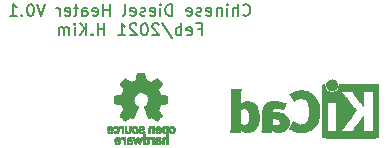
<source format=gbr>
%TF.GenerationSoftware,KiCad,Pcbnew,5.1.7-a382d34a8~88~ubuntu18.04.1*%
%TF.CreationDate,2021-02-15T20:29:51+09:00*%
%TF.ProjectId,atmega328p,61746d65-6761-4333-9238-702e6b696361,rev?*%
%TF.SameCoordinates,Original*%
%TF.FileFunction,Legend,Bot*%
%TF.FilePolarity,Positive*%
%FSLAX46Y46*%
G04 Gerber Fmt 4.6, Leading zero omitted, Abs format (unit mm)*
G04 Created by KiCad (PCBNEW 5.1.7-a382d34a8~88~ubuntu18.04.1) date 2021-02-15 20:29:51*
%MOMM*%
%LPD*%
G01*
G04 APERTURE LIST*
%ADD10C,0.150000*%
%ADD11C,0.010000*%
G04 APERTURE END LIST*
D10*
X81547619Y-47432142D02*
X81595238Y-47479761D01*
X81738095Y-47527380D01*
X81833333Y-47527380D01*
X81976190Y-47479761D01*
X82071428Y-47384523D01*
X82119047Y-47289285D01*
X82166666Y-47098809D01*
X82166666Y-46955952D01*
X82119047Y-46765476D01*
X82071428Y-46670238D01*
X81976190Y-46575000D01*
X81833333Y-46527380D01*
X81738095Y-46527380D01*
X81595238Y-46575000D01*
X81547619Y-46622619D01*
X81119047Y-47527380D02*
X81119047Y-46527380D01*
X80690476Y-47527380D02*
X80690476Y-47003571D01*
X80738095Y-46908333D01*
X80833333Y-46860714D01*
X80976190Y-46860714D01*
X81071428Y-46908333D01*
X81119047Y-46955952D01*
X80214285Y-47527380D02*
X80214285Y-46860714D01*
X80214285Y-46527380D02*
X80261904Y-46575000D01*
X80214285Y-46622619D01*
X80166666Y-46575000D01*
X80214285Y-46527380D01*
X80214285Y-46622619D01*
X79738095Y-46860714D02*
X79738095Y-47527380D01*
X79738095Y-46955952D02*
X79690476Y-46908333D01*
X79595238Y-46860714D01*
X79452380Y-46860714D01*
X79357142Y-46908333D01*
X79309523Y-47003571D01*
X79309523Y-47527380D01*
X78452380Y-47479761D02*
X78547619Y-47527380D01*
X78738095Y-47527380D01*
X78833333Y-47479761D01*
X78880952Y-47384523D01*
X78880952Y-47003571D01*
X78833333Y-46908333D01*
X78738095Y-46860714D01*
X78547619Y-46860714D01*
X78452380Y-46908333D01*
X78404761Y-47003571D01*
X78404761Y-47098809D01*
X78880952Y-47194047D01*
X78023809Y-47479761D02*
X77928571Y-47527380D01*
X77738095Y-47527380D01*
X77642857Y-47479761D01*
X77595238Y-47384523D01*
X77595238Y-47336904D01*
X77642857Y-47241666D01*
X77738095Y-47194047D01*
X77880952Y-47194047D01*
X77976190Y-47146428D01*
X78023809Y-47051190D01*
X78023809Y-47003571D01*
X77976190Y-46908333D01*
X77880952Y-46860714D01*
X77738095Y-46860714D01*
X77642857Y-46908333D01*
X76785714Y-47479761D02*
X76880952Y-47527380D01*
X77071428Y-47527380D01*
X77166666Y-47479761D01*
X77214285Y-47384523D01*
X77214285Y-47003571D01*
X77166666Y-46908333D01*
X77071428Y-46860714D01*
X76880952Y-46860714D01*
X76785714Y-46908333D01*
X76738095Y-47003571D01*
X76738095Y-47098809D01*
X77214285Y-47194047D01*
X75547619Y-47527380D02*
X75547619Y-46527380D01*
X75309523Y-46527380D01*
X75166666Y-46575000D01*
X75071428Y-46670238D01*
X75023809Y-46765476D01*
X74976190Y-46955952D01*
X74976190Y-47098809D01*
X75023809Y-47289285D01*
X75071428Y-47384523D01*
X75166666Y-47479761D01*
X75309523Y-47527380D01*
X75547619Y-47527380D01*
X74547619Y-47527380D02*
X74547619Y-46860714D01*
X74547619Y-46527380D02*
X74595238Y-46575000D01*
X74547619Y-46622619D01*
X74500000Y-46575000D01*
X74547619Y-46527380D01*
X74547619Y-46622619D01*
X73690476Y-47479761D02*
X73785714Y-47527380D01*
X73976190Y-47527380D01*
X74071428Y-47479761D01*
X74119047Y-47384523D01*
X74119047Y-47003571D01*
X74071428Y-46908333D01*
X73976190Y-46860714D01*
X73785714Y-46860714D01*
X73690476Y-46908333D01*
X73642857Y-47003571D01*
X73642857Y-47098809D01*
X74119047Y-47194047D01*
X73261904Y-47479761D02*
X73166666Y-47527380D01*
X72976190Y-47527380D01*
X72880952Y-47479761D01*
X72833333Y-47384523D01*
X72833333Y-47336904D01*
X72880952Y-47241666D01*
X72976190Y-47194047D01*
X73119047Y-47194047D01*
X73214285Y-47146428D01*
X73261904Y-47051190D01*
X73261904Y-47003571D01*
X73214285Y-46908333D01*
X73119047Y-46860714D01*
X72976190Y-46860714D01*
X72880952Y-46908333D01*
X72023809Y-47479761D02*
X72119047Y-47527380D01*
X72309523Y-47527380D01*
X72404761Y-47479761D01*
X72452380Y-47384523D01*
X72452380Y-47003571D01*
X72404761Y-46908333D01*
X72309523Y-46860714D01*
X72119047Y-46860714D01*
X72023809Y-46908333D01*
X71976190Y-47003571D01*
X71976190Y-47098809D01*
X72452380Y-47194047D01*
X71404761Y-47527380D02*
X71500000Y-47479761D01*
X71547619Y-47384523D01*
X71547619Y-46527380D01*
X70261904Y-47527380D02*
X70261904Y-46527380D01*
X70261904Y-47003571D02*
X69690476Y-47003571D01*
X69690476Y-47527380D02*
X69690476Y-46527380D01*
X68833333Y-47479761D02*
X68928571Y-47527380D01*
X69119047Y-47527380D01*
X69214285Y-47479761D01*
X69261904Y-47384523D01*
X69261904Y-47003571D01*
X69214285Y-46908333D01*
X69119047Y-46860714D01*
X68928571Y-46860714D01*
X68833333Y-46908333D01*
X68785714Y-47003571D01*
X68785714Y-47098809D01*
X69261904Y-47194047D01*
X67928571Y-47527380D02*
X67928571Y-47003571D01*
X67976190Y-46908333D01*
X68071428Y-46860714D01*
X68261904Y-46860714D01*
X68357142Y-46908333D01*
X67928571Y-47479761D02*
X68023809Y-47527380D01*
X68261904Y-47527380D01*
X68357142Y-47479761D01*
X68404761Y-47384523D01*
X68404761Y-47289285D01*
X68357142Y-47194047D01*
X68261904Y-47146428D01*
X68023809Y-47146428D01*
X67928571Y-47098809D01*
X67595238Y-46860714D02*
X67214285Y-46860714D01*
X67452380Y-46527380D02*
X67452380Y-47384523D01*
X67404761Y-47479761D01*
X67309523Y-47527380D01*
X67214285Y-47527380D01*
X66500000Y-47479761D02*
X66595238Y-47527380D01*
X66785714Y-47527380D01*
X66880952Y-47479761D01*
X66928571Y-47384523D01*
X66928571Y-47003571D01*
X66880952Y-46908333D01*
X66785714Y-46860714D01*
X66595238Y-46860714D01*
X66500000Y-46908333D01*
X66452380Y-47003571D01*
X66452380Y-47098809D01*
X66928571Y-47194047D01*
X66023809Y-47527380D02*
X66023809Y-46860714D01*
X66023809Y-47051190D02*
X65976190Y-46955952D01*
X65928571Y-46908333D01*
X65833333Y-46860714D01*
X65738095Y-46860714D01*
X64785714Y-46527380D02*
X64452380Y-47527380D01*
X64119047Y-46527380D01*
X63595238Y-46527380D02*
X63500000Y-46527380D01*
X63404761Y-46575000D01*
X63357142Y-46622619D01*
X63309523Y-46717857D01*
X63261904Y-46908333D01*
X63261904Y-47146428D01*
X63309523Y-47336904D01*
X63357142Y-47432142D01*
X63404761Y-47479761D01*
X63500000Y-47527380D01*
X63595238Y-47527380D01*
X63690476Y-47479761D01*
X63738095Y-47432142D01*
X63785714Y-47336904D01*
X63833333Y-47146428D01*
X63833333Y-46908333D01*
X63785714Y-46717857D01*
X63738095Y-46622619D01*
X63690476Y-46575000D01*
X63595238Y-46527380D01*
X62833333Y-47432142D02*
X62785714Y-47479761D01*
X62833333Y-47527380D01*
X62880952Y-47479761D01*
X62833333Y-47432142D01*
X62833333Y-47527380D01*
X61833333Y-47527380D02*
X62404761Y-47527380D01*
X62119047Y-47527380D02*
X62119047Y-46527380D01*
X62214285Y-46670238D01*
X62309523Y-46765476D01*
X62404761Y-46813095D01*
X77714285Y-48653571D02*
X78047619Y-48653571D01*
X78047619Y-49177380D02*
X78047619Y-48177380D01*
X77571428Y-48177380D01*
X76809523Y-49129761D02*
X76904761Y-49177380D01*
X77095238Y-49177380D01*
X77190476Y-49129761D01*
X77238095Y-49034523D01*
X77238095Y-48653571D01*
X77190476Y-48558333D01*
X77095238Y-48510714D01*
X76904761Y-48510714D01*
X76809523Y-48558333D01*
X76761904Y-48653571D01*
X76761904Y-48748809D01*
X77238095Y-48844047D01*
X76333333Y-49177380D02*
X76333333Y-48177380D01*
X76333333Y-48558333D02*
X76238095Y-48510714D01*
X76047619Y-48510714D01*
X75952380Y-48558333D01*
X75904761Y-48605952D01*
X75857142Y-48701190D01*
X75857142Y-48986904D01*
X75904761Y-49082142D01*
X75952380Y-49129761D01*
X76047619Y-49177380D01*
X76238095Y-49177380D01*
X76333333Y-49129761D01*
X74714285Y-48129761D02*
X75571428Y-49415476D01*
X74428571Y-48272619D02*
X74380952Y-48225000D01*
X74285714Y-48177380D01*
X74047619Y-48177380D01*
X73952380Y-48225000D01*
X73904761Y-48272619D01*
X73857142Y-48367857D01*
X73857142Y-48463095D01*
X73904761Y-48605952D01*
X74476190Y-49177380D01*
X73857142Y-49177380D01*
X73238095Y-48177380D02*
X73142857Y-48177380D01*
X73047619Y-48225000D01*
X73000000Y-48272619D01*
X72952380Y-48367857D01*
X72904761Y-48558333D01*
X72904761Y-48796428D01*
X72952380Y-48986904D01*
X73000000Y-49082142D01*
X73047619Y-49129761D01*
X73142857Y-49177380D01*
X73238095Y-49177380D01*
X73333333Y-49129761D01*
X73380952Y-49082142D01*
X73428571Y-48986904D01*
X73476190Y-48796428D01*
X73476190Y-48558333D01*
X73428571Y-48367857D01*
X73380952Y-48272619D01*
X73333333Y-48225000D01*
X73238095Y-48177380D01*
X72523809Y-48272619D02*
X72476190Y-48225000D01*
X72380952Y-48177380D01*
X72142857Y-48177380D01*
X72047619Y-48225000D01*
X72000000Y-48272619D01*
X71952380Y-48367857D01*
X71952380Y-48463095D01*
X72000000Y-48605952D01*
X72571428Y-49177380D01*
X71952380Y-49177380D01*
X71000000Y-49177380D02*
X71571428Y-49177380D01*
X71285714Y-49177380D02*
X71285714Y-48177380D01*
X71380952Y-48320238D01*
X71476190Y-48415476D01*
X71571428Y-48463095D01*
X69809523Y-49177380D02*
X69809523Y-48177380D01*
X69809523Y-48653571D02*
X69238095Y-48653571D01*
X69238095Y-49177380D02*
X69238095Y-48177380D01*
X68761904Y-49082142D02*
X68714285Y-49129761D01*
X68761904Y-49177380D01*
X68809523Y-49129761D01*
X68761904Y-49082142D01*
X68761904Y-49177380D01*
X68285714Y-49177380D02*
X68285714Y-48177380D01*
X67714285Y-49177380D02*
X68142857Y-48605952D01*
X67714285Y-48177380D02*
X68285714Y-48748809D01*
X67285714Y-49177380D02*
X67285714Y-48510714D01*
X67285714Y-48177380D02*
X67333333Y-48225000D01*
X67285714Y-48272619D01*
X67238095Y-48225000D01*
X67285714Y-48177380D01*
X67285714Y-48272619D01*
X66809523Y-49177380D02*
X66809523Y-48510714D01*
X66809523Y-48605952D02*
X66761904Y-48558333D01*
X66666666Y-48510714D01*
X66523809Y-48510714D01*
X66428571Y-48558333D01*
X66380952Y-48653571D01*
X66380952Y-49177380D01*
X66380952Y-48653571D02*
X66333333Y-48558333D01*
X66238095Y-48510714D01*
X66095238Y-48510714D01*
X66000000Y-48558333D01*
X65952380Y-48653571D01*
X65952380Y-49177380D01*
D11*
%TO.C,REF\u002A\u002A*%
G36*
X72523036Y-52690018D02*
G01*
X72466188Y-52991570D01*
X72046662Y-53164512D01*
X71795016Y-52993395D01*
X71724542Y-52945750D01*
X71660837Y-52903210D01*
X71606874Y-52867715D01*
X71565627Y-52841210D01*
X71540066Y-52825636D01*
X71533105Y-52822278D01*
X71520565Y-52830914D01*
X71493769Y-52854792D01*
X71455720Y-52890859D01*
X71409421Y-52936067D01*
X71357877Y-52987364D01*
X71304091Y-53041701D01*
X71251065Y-53096028D01*
X71201805Y-53147295D01*
X71159313Y-53192451D01*
X71126593Y-53228446D01*
X71106649Y-53252230D01*
X71101881Y-53260190D01*
X71108743Y-53274865D01*
X71127980Y-53307014D01*
X71157570Y-53353492D01*
X71195490Y-53411156D01*
X71239718Y-53476860D01*
X71265346Y-53514336D01*
X71312059Y-53582768D01*
X71353568Y-53644520D01*
X71387860Y-53696519D01*
X71412920Y-53735692D01*
X71426736Y-53758965D01*
X71428812Y-53763855D01*
X71424105Y-53777755D01*
X71411277Y-53810150D01*
X71392262Y-53856485D01*
X71368997Y-53912206D01*
X71343416Y-53972758D01*
X71317455Y-54033586D01*
X71293050Y-54090136D01*
X71272137Y-54137852D01*
X71256651Y-54172181D01*
X71248528Y-54188568D01*
X71248048Y-54189212D01*
X71235293Y-54192341D01*
X71201323Y-54199321D01*
X71149660Y-54209467D01*
X71083824Y-54222092D01*
X71007336Y-54236509D01*
X70962710Y-54244823D01*
X70880979Y-54260384D01*
X70807157Y-54275192D01*
X70744979Y-54288436D01*
X70698178Y-54299305D01*
X70670491Y-54306989D01*
X70664926Y-54309427D01*
X70659474Y-54325930D01*
X70655076Y-54363200D01*
X70651728Y-54416880D01*
X70649426Y-54482612D01*
X70648168Y-54556037D01*
X70647952Y-54632796D01*
X70648773Y-54708532D01*
X70650629Y-54778886D01*
X70653518Y-54839500D01*
X70657435Y-54886016D01*
X70662378Y-54914075D01*
X70665343Y-54919916D01*
X70683066Y-54926917D01*
X70720619Y-54936927D01*
X70773036Y-54948769D01*
X70835348Y-54961267D01*
X70857100Y-54965310D01*
X70961976Y-54984520D01*
X71044820Y-54999991D01*
X71108370Y-55012337D01*
X71155363Y-55022173D01*
X71188537Y-55030114D01*
X71210629Y-55036776D01*
X71224376Y-55042773D01*
X71232516Y-55048719D01*
X71233655Y-55049894D01*
X71245023Y-55068826D01*
X71262365Y-55105669D01*
X71283950Y-55155913D01*
X71308046Y-55215046D01*
X71332921Y-55278556D01*
X71356843Y-55341932D01*
X71378081Y-55400662D01*
X71394903Y-55450235D01*
X71405578Y-55486139D01*
X71408373Y-55503862D01*
X71408140Y-55504483D01*
X71398669Y-55518970D01*
X71377182Y-55550844D01*
X71345937Y-55596789D01*
X71307193Y-55653485D01*
X71263207Y-55717617D01*
X71250681Y-55735842D01*
X71206016Y-55801914D01*
X71166712Y-55862200D01*
X71134912Y-55913235D01*
X71112755Y-55951560D01*
X71102383Y-55973711D01*
X71101881Y-55976432D01*
X71110595Y-55990736D01*
X71134675Y-56019072D01*
X71171024Y-56058396D01*
X71216547Y-56105661D01*
X71268148Y-56157823D01*
X71322733Y-56211835D01*
X71377206Y-56264653D01*
X71428471Y-56313231D01*
X71473433Y-56354523D01*
X71508996Y-56385485D01*
X71532065Y-56403070D01*
X71538446Y-56405941D01*
X71553301Y-56399178D01*
X71583714Y-56380939D01*
X71624732Y-56354297D01*
X71656291Y-56332852D01*
X71713475Y-56293503D01*
X71781194Y-56247171D01*
X71849120Y-56200913D01*
X71885639Y-56176155D01*
X72009248Y-56092547D01*
X72113009Y-56148650D01*
X72160280Y-56173228D01*
X72200477Y-56192331D01*
X72227674Y-56203227D01*
X72234598Y-56204743D01*
X72242923Y-56193549D01*
X72259346Y-56161917D01*
X72282643Y-56112765D01*
X72311586Y-56049010D01*
X72344950Y-55973571D01*
X72381509Y-55889364D01*
X72420036Y-55799308D01*
X72459306Y-55706321D01*
X72498092Y-55613320D01*
X72535170Y-55523223D01*
X72569311Y-55438948D01*
X72599292Y-55363413D01*
X72623884Y-55299534D01*
X72641864Y-55250231D01*
X72652003Y-55218421D01*
X72653634Y-55207496D01*
X72640709Y-55193561D01*
X72612411Y-55170940D01*
X72574654Y-55144333D01*
X72571485Y-55142228D01*
X72473900Y-55064114D01*
X72395214Y-54972982D01*
X72336109Y-54871745D01*
X72297268Y-54763318D01*
X72279372Y-54650614D01*
X72283103Y-54536548D01*
X72309143Y-54424034D01*
X72358175Y-54315985D01*
X72372600Y-54292345D01*
X72447631Y-54196887D01*
X72536270Y-54120232D01*
X72635451Y-54062780D01*
X72742105Y-54024929D01*
X72853164Y-54007078D01*
X72965561Y-54009625D01*
X73076227Y-54032970D01*
X73182094Y-54077510D01*
X73280095Y-54143645D01*
X73310410Y-54170487D01*
X73387562Y-54254512D01*
X73443782Y-54342966D01*
X73482347Y-54442115D01*
X73503826Y-54540303D01*
X73509128Y-54650697D01*
X73491448Y-54761640D01*
X73452581Y-54869381D01*
X73394323Y-54970169D01*
X73318469Y-55060256D01*
X73226817Y-55135892D01*
X73214772Y-55143864D01*
X73176611Y-55169974D01*
X73147601Y-55192595D01*
X73133732Y-55207039D01*
X73133531Y-55207496D01*
X73136508Y-55223121D01*
X73148311Y-55258582D01*
X73167714Y-55310962D01*
X73193488Y-55377345D01*
X73224409Y-55454814D01*
X73259249Y-55540450D01*
X73296783Y-55631337D01*
X73335783Y-55724559D01*
X73375023Y-55817197D01*
X73413276Y-55906335D01*
X73449317Y-55989055D01*
X73481917Y-56062441D01*
X73509852Y-56123575D01*
X73531895Y-56169541D01*
X73546818Y-56197421D01*
X73552828Y-56204743D01*
X73571191Y-56199041D01*
X73605552Y-56183749D01*
X73649984Y-56161599D01*
X73674417Y-56148650D01*
X73778178Y-56092547D01*
X73901787Y-56176155D01*
X73964886Y-56218987D01*
X74033970Y-56266122D01*
X74098707Y-56310503D01*
X74131134Y-56332852D01*
X74176741Y-56363477D01*
X74215360Y-56387747D01*
X74241952Y-56402587D01*
X74250590Y-56405724D01*
X74263161Y-56397261D01*
X74290984Y-56373636D01*
X74331361Y-56337302D01*
X74381595Y-56290711D01*
X74438988Y-56236317D01*
X74475286Y-56201392D01*
X74538790Y-56138996D01*
X74593673Y-56083188D01*
X74637714Y-56036354D01*
X74668695Y-56000882D01*
X74684398Y-55979161D01*
X74685905Y-55974752D01*
X74678914Y-55957985D01*
X74659594Y-55924082D01*
X74630091Y-55876476D01*
X74592545Y-55818599D01*
X74549100Y-55753884D01*
X74536745Y-55735842D01*
X74491727Y-55670267D01*
X74451340Y-55611228D01*
X74417840Y-55562042D01*
X74393486Y-55526028D01*
X74380536Y-55506502D01*
X74379285Y-55504483D01*
X74381156Y-55488922D01*
X74391087Y-55454709D01*
X74407347Y-55406355D01*
X74428205Y-55348371D01*
X74451927Y-55285270D01*
X74476784Y-55221563D01*
X74501042Y-55161761D01*
X74522971Y-55110376D01*
X74540838Y-55071919D01*
X74552913Y-55050902D01*
X74553771Y-55049894D01*
X74561154Y-55043888D01*
X74573625Y-55037948D01*
X74593920Y-55031460D01*
X74624778Y-55023809D01*
X74668934Y-55014380D01*
X74729126Y-55002559D01*
X74808093Y-54987729D01*
X74908570Y-54969277D01*
X74930325Y-54965310D01*
X74994802Y-54952853D01*
X75051011Y-54940666D01*
X75093987Y-54929926D01*
X75118760Y-54921809D01*
X75122082Y-54919916D01*
X75127556Y-54903138D01*
X75132006Y-54865645D01*
X75135428Y-54811794D01*
X75137819Y-54745944D01*
X75139177Y-54672453D01*
X75139499Y-54595680D01*
X75138781Y-54519983D01*
X75137021Y-54449720D01*
X75134216Y-54389250D01*
X75130362Y-54342930D01*
X75125457Y-54315119D01*
X75122500Y-54309427D01*
X75106037Y-54303686D01*
X75068551Y-54294345D01*
X75013775Y-54282215D01*
X74945445Y-54268107D01*
X74867294Y-54252830D01*
X74824716Y-54244823D01*
X74743929Y-54229721D01*
X74671887Y-54216040D01*
X74612111Y-54204467D01*
X74568121Y-54195687D01*
X74543439Y-54190387D01*
X74539377Y-54189212D01*
X74532511Y-54175965D01*
X74517998Y-54144057D01*
X74497771Y-54098047D01*
X74473766Y-54042492D01*
X74447918Y-53981953D01*
X74422160Y-53920986D01*
X74398427Y-53864151D01*
X74378654Y-53816006D01*
X74364776Y-53781110D01*
X74358726Y-53764021D01*
X74358614Y-53763274D01*
X74365472Y-53749793D01*
X74384698Y-53718770D01*
X74414272Y-53673289D01*
X74452173Y-53616432D01*
X74496380Y-53551283D01*
X74522079Y-53513862D01*
X74568907Y-53445247D01*
X74610499Y-53382952D01*
X74644825Y-53330129D01*
X74669857Y-53289927D01*
X74683565Y-53265500D01*
X74685544Y-53260024D01*
X74677034Y-53247278D01*
X74653507Y-53220063D01*
X74617968Y-53181428D01*
X74573423Y-53134423D01*
X74522877Y-53082095D01*
X74469336Y-53027495D01*
X74415805Y-52973670D01*
X74365289Y-52923670D01*
X74320794Y-52880543D01*
X74285325Y-52847339D01*
X74261887Y-52827106D01*
X74254046Y-52822278D01*
X74241280Y-52829067D01*
X74210744Y-52848142D01*
X74165410Y-52877561D01*
X74108244Y-52915381D01*
X74042216Y-52959661D01*
X73992410Y-52993395D01*
X73740764Y-53164512D01*
X73531001Y-53078041D01*
X73321237Y-52991570D01*
X73264389Y-52690018D01*
X73207540Y-52388466D01*
X72579885Y-52388466D01*
X72523036Y-52690018D01*
G37*
X72523036Y-52690018D02*
X72466188Y-52991570D01*
X72046662Y-53164512D01*
X71795016Y-52993395D01*
X71724542Y-52945750D01*
X71660837Y-52903210D01*
X71606874Y-52867715D01*
X71565627Y-52841210D01*
X71540066Y-52825636D01*
X71533105Y-52822278D01*
X71520565Y-52830914D01*
X71493769Y-52854792D01*
X71455720Y-52890859D01*
X71409421Y-52936067D01*
X71357877Y-52987364D01*
X71304091Y-53041701D01*
X71251065Y-53096028D01*
X71201805Y-53147295D01*
X71159313Y-53192451D01*
X71126593Y-53228446D01*
X71106649Y-53252230D01*
X71101881Y-53260190D01*
X71108743Y-53274865D01*
X71127980Y-53307014D01*
X71157570Y-53353492D01*
X71195490Y-53411156D01*
X71239718Y-53476860D01*
X71265346Y-53514336D01*
X71312059Y-53582768D01*
X71353568Y-53644520D01*
X71387860Y-53696519D01*
X71412920Y-53735692D01*
X71426736Y-53758965D01*
X71428812Y-53763855D01*
X71424105Y-53777755D01*
X71411277Y-53810150D01*
X71392262Y-53856485D01*
X71368997Y-53912206D01*
X71343416Y-53972758D01*
X71317455Y-54033586D01*
X71293050Y-54090136D01*
X71272137Y-54137852D01*
X71256651Y-54172181D01*
X71248528Y-54188568D01*
X71248048Y-54189212D01*
X71235293Y-54192341D01*
X71201323Y-54199321D01*
X71149660Y-54209467D01*
X71083824Y-54222092D01*
X71007336Y-54236509D01*
X70962710Y-54244823D01*
X70880979Y-54260384D01*
X70807157Y-54275192D01*
X70744979Y-54288436D01*
X70698178Y-54299305D01*
X70670491Y-54306989D01*
X70664926Y-54309427D01*
X70659474Y-54325930D01*
X70655076Y-54363200D01*
X70651728Y-54416880D01*
X70649426Y-54482612D01*
X70648168Y-54556037D01*
X70647952Y-54632796D01*
X70648773Y-54708532D01*
X70650629Y-54778886D01*
X70653518Y-54839500D01*
X70657435Y-54886016D01*
X70662378Y-54914075D01*
X70665343Y-54919916D01*
X70683066Y-54926917D01*
X70720619Y-54936927D01*
X70773036Y-54948769D01*
X70835348Y-54961267D01*
X70857100Y-54965310D01*
X70961976Y-54984520D01*
X71044820Y-54999991D01*
X71108370Y-55012337D01*
X71155363Y-55022173D01*
X71188537Y-55030114D01*
X71210629Y-55036776D01*
X71224376Y-55042773D01*
X71232516Y-55048719D01*
X71233655Y-55049894D01*
X71245023Y-55068826D01*
X71262365Y-55105669D01*
X71283950Y-55155913D01*
X71308046Y-55215046D01*
X71332921Y-55278556D01*
X71356843Y-55341932D01*
X71378081Y-55400662D01*
X71394903Y-55450235D01*
X71405578Y-55486139D01*
X71408373Y-55503862D01*
X71408140Y-55504483D01*
X71398669Y-55518970D01*
X71377182Y-55550844D01*
X71345937Y-55596789D01*
X71307193Y-55653485D01*
X71263207Y-55717617D01*
X71250681Y-55735842D01*
X71206016Y-55801914D01*
X71166712Y-55862200D01*
X71134912Y-55913235D01*
X71112755Y-55951560D01*
X71102383Y-55973711D01*
X71101881Y-55976432D01*
X71110595Y-55990736D01*
X71134675Y-56019072D01*
X71171024Y-56058396D01*
X71216547Y-56105661D01*
X71268148Y-56157823D01*
X71322733Y-56211835D01*
X71377206Y-56264653D01*
X71428471Y-56313231D01*
X71473433Y-56354523D01*
X71508996Y-56385485D01*
X71532065Y-56403070D01*
X71538446Y-56405941D01*
X71553301Y-56399178D01*
X71583714Y-56380939D01*
X71624732Y-56354297D01*
X71656291Y-56332852D01*
X71713475Y-56293503D01*
X71781194Y-56247171D01*
X71849120Y-56200913D01*
X71885639Y-56176155D01*
X72009248Y-56092547D01*
X72113009Y-56148650D01*
X72160280Y-56173228D01*
X72200477Y-56192331D01*
X72227674Y-56203227D01*
X72234598Y-56204743D01*
X72242923Y-56193549D01*
X72259346Y-56161917D01*
X72282643Y-56112765D01*
X72311586Y-56049010D01*
X72344950Y-55973571D01*
X72381509Y-55889364D01*
X72420036Y-55799308D01*
X72459306Y-55706321D01*
X72498092Y-55613320D01*
X72535170Y-55523223D01*
X72569311Y-55438948D01*
X72599292Y-55363413D01*
X72623884Y-55299534D01*
X72641864Y-55250231D01*
X72652003Y-55218421D01*
X72653634Y-55207496D01*
X72640709Y-55193561D01*
X72612411Y-55170940D01*
X72574654Y-55144333D01*
X72571485Y-55142228D01*
X72473900Y-55064114D01*
X72395214Y-54972982D01*
X72336109Y-54871745D01*
X72297268Y-54763318D01*
X72279372Y-54650614D01*
X72283103Y-54536548D01*
X72309143Y-54424034D01*
X72358175Y-54315985D01*
X72372600Y-54292345D01*
X72447631Y-54196887D01*
X72536270Y-54120232D01*
X72635451Y-54062780D01*
X72742105Y-54024929D01*
X72853164Y-54007078D01*
X72965561Y-54009625D01*
X73076227Y-54032970D01*
X73182094Y-54077510D01*
X73280095Y-54143645D01*
X73310410Y-54170487D01*
X73387562Y-54254512D01*
X73443782Y-54342966D01*
X73482347Y-54442115D01*
X73503826Y-54540303D01*
X73509128Y-54650697D01*
X73491448Y-54761640D01*
X73452581Y-54869381D01*
X73394323Y-54970169D01*
X73318469Y-55060256D01*
X73226817Y-55135892D01*
X73214772Y-55143864D01*
X73176611Y-55169974D01*
X73147601Y-55192595D01*
X73133732Y-55207039D01*
X73133531Y-55207496D01*
X73136508Y-55223121D01*
X73148311Y-55258582D01*
X73167714Y-55310962D01*
X73193488Y-55377345D01*
X73224409Y-55454814D01*
X73259249Y-55540450D01*
X73296783Y-55631337D01*
X73335783Y-55724559D01*
X73375023Y-55817197D01*
X73413276Y-55906335D01*
X73449317Y-55989055D01*
X73481917Y-56062441D01*
X73509852Y-56123575D01*
X73531895Y-56169541D01*
X73546818Y-56197421D01*
X73552828Y-56204743D01*
X73571191Y-56199041D01*
X73605552Y-56183749D01*
X73649984Y-56161599D01*
X73674417Y-56148650D01*
X73778178Y-56092547D01*
X73901787Y-56176155D01*
X73964886Y-56218987D01*
X74033970Y-56266122D01*
X74098707Y-56310503D01*
X74131134Y-56332852D01*
X74176741Y-56363477D01*
X74215360Y-56387747D01*
X74241952Y-56402587D01*
X74250590Y-56405724D01*
X74263161Y-56397261D01*
X74290984Y-56373636D01*
X74331361Y-56337302D01*
X74381595Y-56290711D01*
X74438988Y-56236317D01*
X74475286Y-56201392D01*
X74538790Y-56138996D01*
X74593673Y-56083188D01*
X74637714Y-56036354D01*
X74668695Y-56000882D01*
X74684398Y-55979161D01*
X74685905Y-55974752D01*
X74678914Y-55957985D01*
X74659594Y-55924082D01*
X74630091Y-55876476D01*
X74592545Y-55818599D01*
X74549100Y-55753884D01*
X74536745Y-55735842D01*
X74491727Y-55670267D01*
X74451340Y-55611228D01*
X74417840Y-55562042D01*
X74393486Y-55526028D01*
X74380536Y-55506502D01*
X74379285Y-55504483D01*
X74381156Y-55488922D01*
X74391087Y-55454709D01*
X74407347Y-55406355D01*
X74428205Y-55348371D01*
X74451927Y-55285270D01*
X74476784Y-55221563D01*
X74501042Y-55161761D01*
X74522971Y-55110376D01*
X74540838Y-55071919D01*
X74552913Y-55050902D01*
X74553771Y-55049894D01*
X74561154Y-55043888D01*
X74573625Y-55037948D01*
X74593920Y-55031460D01*
X74624778Y-55023809D01*
X74668934Y-55014380D01*
X74729126Y-55002559D01*
X74808093Y-54987729D01*
X74908570Y-54969277D01*
X74930325Y-54965310D01*
X74994802Y-54952853D01*
X75051011Y-54940666D01*
X75093987Y-54929926D01*
X75118760Y-54921809D01*
X75122082Y-54919916D01*
X75127556Y-54903138D01*
X75132006Y-54865645D01*
X75135428Y-54811794D01*
X75137819Y-54745944D01*
X75139177Y-54672453D01*
X75139499Y-54595680D01*
X75138781Y-54519983D01*
X75137021Y-54449720D01*
X75134216Y-54389250D01*
X75130362Y-54342930D01*
X75125457Y-54315119D01*
X75122500Y-54309427D01*
X75106037Y-54303686D01*
X75068551Y-54294345D01*
X75013775Y-54282215D01*
X74945445Y-54268107D01*
X74867294Y-54252830D01*
X74824716Y-54244823D01*
X74743929Y-54229721D01*
X74671887Y-54216040D01*
X74612111Y-54204467D01*
X74568121Y-54195687D01*
X74543439Y-54190387D01*
X74539377Y-54189212D01*
X74532511Y-54175965D01*
X74517998Y-54144057D01*
X74497771Y-54098047D01*
X74473766Y-54042492D01*
X74447918Y-53981953D01*
X74422160Y-53920986D01*
X74398427Y-53864151D01*
X74378654Y-53816006D01*
X74364776Y-53781110D01*
X74358726Y-53764021D01*
X74358614Y-53763274D01*
X74365472Y-53749793D01*
X74384698Y-53718770D01*
X74414272Y-53673289D01*
X74452173Y-53616432D01*
X74496380Y-53551283D01*
X74522079Y-53513862D01*
X74568907Y-53445247D01*
X74610499Y-53382952D01*
X74644825Y-53330129D01*
X74669857Y-53289927D01*
X74683565Y-53265500D01*
X74685544Y-53260024D01*
X74677034Y-53247278D01*
X74653507Y-53220063D01*
X74617968Y-53181428D01*
X74573423Y-53134423D01*
X74522877Y-53082095D01*
X74469336Y-53027495D01*
X74415805Y-52973670D01*
X74365289Y-52923670D01*
X74320794Y-52880543D01*
X74285325Y-52847339D01*
X74261887Y-52827106D01*
X74254046Y-52822278D01*
X74241280Y-52829067D01*
X74210744Y-52848142D01*
X74165410Y-52877561D01*
X74108244Y-52915381D01*
X74042216Y-52959661D01*
X73992410Y-52993395D01*
X73740764Y-53164512D01*
X73531001Y-53078041D01*
X73321237Y-52991570D01*
X73264389Y-52690018D01*
X73207540Y-52388466D01*
X72579885Y-52388466D01*
X72523036Y-52690018D01*
G36*
X71100540Y-56858030D02*
G01*
X71057289Y-56871245D01*
X71029442Y-56887941D01*
X71020371Y-56901145D01*
X71022868Y-56916797D01*
X71039069Y-56941385D01*
X71052768Y-56958800D01*
X71081008Y-56990283D01*
X71102225Y-57003529D01*
X71120312Y-57002664D01*
X71173965Y-56989010D01*
X71213370Y-56989630D01*
X71245368Y-57005104D01*
X71256110Y-57014161D01*
X71290495Y-57046027D01*
X71290495Y-57462179D01*
X71428812Y-57462179D01*
X71428812Y-56858614D01*
X71359653Y-56858614D01*
X71318131Y-56860256D01*
X71296709Y-56866087D01*
X71290498Y-56877461D01*
X71290495Y-56877798D01*
X71287561Y-56889713D01*
X71274296Y-56888159D01*
X71255916Y-56879563D01*
X71217954Y-56863568D01*
X71187128Y-56853945D01*
X71147464Y-56851478D01*
X71100540Y-56858030D01*
G37*
X71100540Y-56858030D02*
X71057289Y-56871245D01*
X71029442Y-56887941D01*
X71020371Y-56901145D01*
X71022868Y-56916797D01*
X71039069Y-56941385D01*
X71052768Y-56958800D01*
X71081008Y-56990283D01*
X71102225Y-57003529D01*
X71120312Y-57002664D01*
X71173965Y-56989010D01*
X71213370Y-56989630D01*
X71245368Y-57005104D01*
X71256110Y-57014161D01*
X71290495Y-57046027D01*
X71290495Y-57462179D01*
X71428812Y-57462179D01*
X71428812Y-56858614D01*
X71359653Y-56858614D01*
X71318131Y-56860256D01*
X71296709Y-56866087D01*
X71290498Y-56877461D01*
X71290495Y-56877798D01*
X71287561Y-56889713D01*
X71274296Y-56888159D01*
X71255916Y-56879563D01*
X71217954Y-56863568D01*
X71187128Y-56853945D01*
X71147464Y-56851478D01*
X71100540Y-56858030D01*
G36*
X73654012Y-56869002D02*
G01*
X73622717Y-56883950D01*
X73592409Y-56905541D01*
X73569318Y-56930391D01*
X73552500Y-56962087D01*
X73541006Y-57004214D01*
X73533891Y-57060358D01*
X73530207Y-57134106D01*
X73529008Y-57229044D01*
X73528989Y-57238985D01*
X73528713Y-57462179D01*
X73667030Y-57462179D01*
X73667030Y-57256418D01*
X73667128Y-57180189D01*
X73667809Y-57124939D01*
X73669651Y-57086501D01*
X73673233Y-57060706D01*
X73679132Y-57043384D01*
X73687927Y-57030368D01*
X73700180Y-57017507D01*
X73743047Y-56989873D01*
X73789843Y-56984745D01*
X73834424Y-57002217D01*
X73849928Y-57015221D01*
X73861310Y-57027447D01*
X73869481Y-57040540D01*
X73874974Y-57058615D01*
X73878320Y-57085787D01*
X73880051Y-57126170D01*
X73880697Y-57183879D01*
X73880792Y-57254132D01*
X73880792Y-57462179D01*
X74019109Y-57462179D01*
X74019109Y-56858614D01*
X73949950Y-56858614D01*
X73908428Y-56860256D01*
X73887006Y-56866087D01*
X73880795Y-56877461D01*
X73880792Y-56877798D01*
X73877910Y-56888938D01*
X73865199Y-56887674D01*
X73839926Y-56875434D01*
X73782605Y-56857424D01*
X73717037Y-56855421D01*
X73654012Y-56869002D01*
G37*
X73654012Y-56869002D02*
X73622717Y-56883950D01*
X73592409Y-56905541D01*
X73569318Y-56930391D01*
X73552500Y-56962087D01*
X73541006Y-57004214D01*
X73533891Y-57060358D01*
X73530207Y-57134106D01*
X73529008Y-57229044D01*
X73528989Y-57238985D01*
X73528713Y-57462179D01*
X73667030Y-57462179D01*
X73667030Y-57256418D01*
X73667128Y-57180189D01*
X73667809Y-57124939D01*
X73669651Y-57086501D01*
X73673233Y-57060706D01*
X73679132Y-57043384D01*
X73687927Y-57030368D01*
X73700180Y-57017507D01*
X73743047Y-56989873D01*
X73789843Y-56984745D01*
X73834424Y-57002217D01*
X73849928Y-57015221D01*
X73861310Y-57027447D01*
X73869481Y-57040540D01*
X73874974Y-57058615D01*
X73878320Y-57085787D01*
X73880051Y-57126170D01*
X73880697Y-57183879D01*
X73880792Y-57254132D01*
X73880792Y-57462179D01*
X74019109Y-57462179D01*
X74019109Y-56858614D01*
X73949950Y-56858614D01*
X73908428Y-56860256D01*
X73887006Y-56866087D01*
X73880795Y-56877461D01*
X73880792Y-56877798D01*
X73877910Y-56888938D01*
X73865199Y-56887674D01*
X73839926Y-56875434D01*
X73782605Y-56857424D01*
X73717037Y-56855421D01*
X73654012Y-56869002D01*
G36*
X70222102Y-56856457D02*
G01*
X70189904Y-56864279D01*
X70128175Y-56892921D01*
X70075390Y-56936667D01*
X70038859Y-56989117D01*
X70033840Y-57000893D01*
X70026955Y-57031740D01*
X70022136Y-57077371D01*
X70020495Y-57123492D01*
X70020495Y-57210693D01*
X70202822Y-57210693D01*
X70278021Y-57210978D01*
X70330997Y-57212704D01*
X70364675Y-57217181D01*
X70381980Y-57225720D01*
X70385837Y-57239630D01*
X70379171Y-57260222D01*
X70367230Y-57284315D01*
X70333920Y-57324525D01*
X70287632Y-57344558D01*
X70231056Y-57343905D01*
X70166969Y-57322101D01*
X70111583Y-57295193D01*
X70065625Y-57331532D01*
X70019667Y-57367872D01*
X70062904Y-57407819D01*
X70120626Y-57445563D01*
X70191614Y-57468320D01*
X70267971Y-57474688D01*
X70341801Y-57463268D01*
X70353713Y-57459393D01*
X70418601Y-57425506D01*
X70466870Y-57374986D01*
X70499535Y-57306325D01*
X70517615Y-57218014D01*
X70517825Y-57216121D01*
X70519444Y-57119878D01*
X70512900Y-57085542D01*
X70385148Y-57085542D01*
X70373416Y-57090822D01*
X70341562Y-57094867D01*
X70294603Y-57097176D01*
X70264846Y-57097525D01*
X70209352Y-57097306D01*
X70174654Y-57095916D01*
X70156399Y-57092251D01*
X70150234Y-57085210D01*
X70151805Y-57073690D01*
X70153122Y-57069233D01*
X70175618Y-57027355D01*
X70210997Y-56993604D01*
X70242220Y-56978773D01*
X70283699Y-56979668D01*
X70325731Y-56998164D01*
X70360988Y-57028786D01*
X70382146Y-57066062D01*
X70385148Y-57085542D01*
X70512900Y-57085542D01*
X70503310Y-57035229D01*
X70471302Y-56964191D01*
X70425299Y-56908779D01*
X70367179Y-56871009D01*
X70298820Y-56852896D01*
X70222102Y-56856457D01*
G37*
X70222102Y-56856457D02*
X70189904Y-56864279D01*
X70128175Y-56892921D01*
X70075390Y-56936667D01*
X70038859Y-56989117D01*
X70033840Y-57000893D01*
X70026955Y-57031740D01*
X70022136Y-57077371D01*
X70020495Y-57123492D01*
X70020495Y-57210693D01*
X70202822Y-57210693D01*
X70278021Y-57210978D01*
X70330997Y-57212704D01*
X70364675Y-57217181D01*
X70381980Y-57225720D01*
X70385837Y-57239630D01*
X70379171Y-57260222D01*
X70367230Y-57284315D01*
X70333920Y-57324525D01*
X70287632Y-57344558D01*
X70231056Y-57343905D01*
X70166969Y-57322101D01*
X70111583Y-57295193D01*
X70065625Y-57331532D01*
X70019667Y-57367872D01*
X70062904Y-57407819D01*
X70120626Y-57445563D01*
X70191614Y-57468320D01*
X70267971Y-57474688D01*
X70341801Y-57463268D01*
X70353713Y-57459393D01*
X70418601Y-57425506D01*
X70466870Y-57374986D01*
X70499535Y-57306325D01*
X70517615Y-57218014D01*
X70517825Y-57216121D01*
X70519444Y-57119878D01*
X70512900Y-57085542D01*
X70385148Y-57085542D01*
X70373416Y-57090822D01*
X70341562Y-57094867D01*
X70294603Y-57097176D01*
X70264846Y-57097525D01*
X70209352Y-57097306D01*
X70174654Y-57095916D01*
X70156399Y-57092251D01*
X70150234Y-57085210D01*
X70151805Y-57073690D01*
X70153122Y-57069233D01*
X70175618Y-57027355D01*
X70210997Y-56993604D01*
X70242220Y-56978773D01*
X70283699Y-56979668D01*
X70325731Y-56998164D01*
X70360988Y-57028786D01*
X70382146Y-57066062D01*
X70385148Y-57085542D01*
X70512900Y-57085542D01*
X70503310Y-57035229D01*
X70471302Y-56964191D01*
X70425299Y-56908779D01*
X70367179Y-56871009D01*
X70298820Y-56852896D01*
X70222102Y-56856457D01*
G36*
X70682774Y-56863880D02*
G01*
X70609920Y-56894830D01*
X70586973Y-56909895D01*
X70557646Y-56933048D01*
X70539236Y-56951253D01*
X70536039Y-56957183D01*
X70545065Y-56970340D01*
X70568163Y-56992667D01*
X70586656Y-57008250D01*
X70637272Y-57048926D01*
X70677240Y-57015295D01*
X70708126Y-56993584D01*
X70738241Y-56986090D01*
X70772708Y-56987920D01*
X70827439Y-57001528D01*
X70865114Y-57029772D01*
X70888009Y-57075433D01*
X70898403Y-57141289D01*
X70898405Y-57141331D01*
X70897506Y-57214939D01*
X70883537Y-57268946D01*
X70855672Y-57305716D01*
X70836675Y-57318168D01*
X70786224Y-57333673D01*
X70732337Y-57333683D01*
X70685454Y-57318638D01*
X70674356Y-57311287D01*
X70646524Y-57292511D01*
X70624764Y-57289434D01*
X70601296Y-57303409D01*
X70575351Y-57328510D01*
X70534284Y-57370880D01*
X70579879Y-57408464D01*
X70650326Y-57450882D01*
X70729767Y-57471785D01*
X70812785Y-57470272D01*
X70867306Y-57456411D01*
X70931030Y-57422135D01*
X70981995Y-57368212D01*
X71005149Y-57330149D01*
X71023901Y-57275536D01*
X71033285Y-57206369D01*
X71033357Y-57131407D01*
X71024176Y-57059409D01*
X71005801Y-56999137D01*
X71002907Y-56992958D01*
X70960048Y-56932351D01*
X70902021Y-56888224D01*
X70833409Y-56861493D01*
X70758799Y-56853073D01*
X70682774Y-56863880D01*
G37*
X70682774Y-56863880D02*
X70609920Y-56894830D01*
X70586973Y-56909895D01*
X70557646Y-56933048D01*
X70539236Y-56951253D01*
X70536039Y-56957183D01*
X70545065Y-56970340D01*
X70568163Y-56992667D01*
X70586656Y-57008250D01*
X70637272Y-57048926D01*
X70677240Y-57015295D01*
X70708126Y-56993584D01*
X70738241Y-56986090D01*
X70772708Y-56987920D01*
X70827439Y-57001528D01*
X70865114Y-57029772D01*
X70888009Y-57075433D01*
X70898403Y-57141289D01*
X70898405Y-57141331D01*
X70897506Y-57214939D01*
X70883537Y-57268946D01*
X70855672Y-57305716D01*
X70836675Y-57318168D01*
X70786224Y-57333673D01*
X70732337Y-57333683D01*
X70685454Y-57318638D01*
X70674356Y-57311287D01*
X70646524Y-57292511D01*
X70624764Y-57289434D01*
X70601296Y-57303409D01*
X70575351Y-57328510D01*
X70534284Y-57370880D01*
X70579879Y-57408464D01*
X70650326Y-57450882D01*
X70729767Y-57471785D01*
X70812785Y-57470272D01*
X70867306Y-57456411D01*
X70931030Y-57422135D01*
X70981995Y-57368212D01*
X71005149Y-57330149D01*
X71023901Y-57275536D01*
X71033285Y-57206369D01*
X71033357Y-57131407D01*
X71024176Y-57059409D01*
X71005801Y-56999137D01*
X71002907Y-56992958D01*
X70960048Y-56932351D01*
X70902021Y-56888224D01*
X70833409Y-56861493D01*
X70758799Y-56853073D01*
X70682774Y-56863880D01*
G36*
X71906633Y-57054342D02*
G01*
X71905445Y-57146563D01*
X71901103Y-57216610D01*
X71892442Y-57267381D01*
X71878296Y-57301772D01*
X71857500Y-57322679D01*
X71828890Y-57333000D01*
X71793465Y-57335636D01*
X71756364Y-57332682D01*
X71728182Y-57321889D01*
X71707757Y-57300360D01*
X71693921Y-57265199D01*
X71685509Y-57213510D01*
X71681357Y-57142394D01*
X71680297Y-57054342D01*
X71680297Y-56858614D01*
X71541980Y-56858614D01*
X71541980Y-57462179D01*
X71611138Y-57462179D01*
X71652830Y-57460489D01*
X71674299Y-57454556D01*
X71680297Y-57443293D01*
X71683909Y-57433261D01*
X71698286Y-57435383D01*
X71727264Y-57449580D01*
X71793681Y-57471480D01*
X71864125Y-57469928D01*
X71931623Y-57446147D01*
X71963767Y-57427362D01*
X71988285Y-57407022D01*
X72006196Y-57381573D01*
X72018521Y-57347458D01*
X72026277Y-57301121D01*
X72030484Y-57239007D01*
X72032160Y-57157561D01*
X72032376Y-57094578D01*
X72032376Y-56858614D01*
X71906633Y-56858614D01*
X71906633Y-57054342D01*
G37*
X71906633Y-57054342D02*
X71905445Y-57146563D01*
X71901103Y-57216610D01*
X71892442Y-57267381D01*
X71878296Y-57301772D01*
X71857500Y-57322679D01*
X71828890Y-57333000D01*
X71793465Y-57335636D01*
X71756364Y-57332682D01*
X71728182Y-57321889D01*
X71707757Y-57300360D01*
X71693921Y-57265199D01*
X71685509Y-57213510D01*
X71681357Y-57142394D01*
X71680297Y-57054342D01*
X71680297Y-56858614D01*
X71541980Y-56858614D01*
X71541980Y-57462179D01*
X71611138Y-57462179D01*
X71652830Y-57460489D01*
X71674299Y-57454556D01*
X71680297Y-57443293D01*
X71683909Y-57433261D01*
X71698286Y-57435383D01*
X71727264Y-57449580D01*
X71793681Y-57471480D01*
X71864125Y-57469928D01*
X71931623Y-57446147D01*
X71963767Y-57427362D01*
X71988285Y-57407022D01*
X72006196Y-57381573D01*
X72018521Y-57347458D01*
X72026277Y-57301121D01*
X72030484Y-57239007D01*
X72032160Y-57157561D01*
X72032376Y-57094578D01*
X72032376Y-56858614D01*
X71906633Y-56858614D01*
X71906633Y-57054342D01*
G36*
X72289238Y-56866055D02*
G01*
X72225637Y-56900692D01*
X72175877Y-56955372D01*
X72152432Y-56999842D01*
X72142366Y-57039121D01*
X72135844Y-57095116D01*
X72133049Y-57159621D01*
X72134164Y-57224429D01*
X72139374Y-57281334D01*
X72145459Y-57311727D01*
X72165986Y-57353306D01*
X72201537Y-57397468D01*
X72244381Y-57436087D01*
X72286789Y-57461034D01*
X72287823Y-57461430D01*
X72340447Y-57472331D01*
X72402812Y-57472601D01*
X72462076Y-57462676D01*
X72484960Y-57454722D01*
X72543898Y-57421300D01*
X72586110Y-57377511D01*
X72613844Y-57319538D01*
X72629349Y-57243565D01*
X72632857Y-57203771D01*
X72632410Y-57153766D01*
X72497624Y-57153766D01*
X72493083Y-57226732D01*
X72480014Y-57282334D01*
X72459244Y-57317861D01*
X72444448Y-57328020D01*
X72406536Y-57335104D01*
X72361473Y-57333007D01*
X72322513Y-57322812D01*
X72312296Y-57317204D01*
X72285341Y-57284538D01*
X72267549Y-57234545D01*
X72259976Y-57173705D01*
X72263675Y-57108497D01*
X72271943Y-57069253D01*
X72295680Y-57023805D01*
X72333151Y-56995396D01*
X72378280Y-56985573D01*
X72424989Y-56995887D01*
X72460868Y-57021112D01*
X72479723Y-57041925D01*
X72490728Y-57062439D01*
X72495974Y-57090203D01*
X72497551Y-57132762D01*
X72497624Y-57153766D01*
X72632410Y-57153766D01*
X72631906Y-57097580D01*
X72614612Y-57010501D01*
X72580971Y-56942530D01*
X72530982Y-56893664D01*
X72464644Y-56863899D01*
X72450399Y-56860448D01*
X72364790Y-56852345D01*
X72289238Y-56866055D01*
G37*
X72289238Y-56866055D02*
X72225637Y-56900692D01*
X72175877Y-56955372D01*
X72152432Y-56999842D01*
X72142366Y-57039121D01*
X72135844Y-57095116D01*
X72133049Y-57159621D01*
X72134164Y-57224429D01*
X72139374Y-57281334D01*
X72145459Y-57311727D01*
X72165986Y-57353306D01*
X72201537Y-57397468D01*
X72244381Y-57436087D01*
X72286789Y-57461034D01*
X72287823Y-57461430D01*
X72340447Y-57472331D01*
X72402812Y-57472601D01*
X72462076Y-57462676D01*
X72484960Y-57454722D01*
X72543898Y-57421300D01*
X72586110Y-57377511D01*
X72613844Y-57319538D01*
X72629349Y-57243565D01*
X72632857Y-57203771D01*
X72632410Y-57153766D01*
X72497624Y-57153766D01*
X72493083Y-57226732D01*
X72480014Y-57282334D01*
X72459244Y-57317861D01*
X72444448Y-57328020D01*
X72406536Y-57335104D01*
X72361473Y-57333007D01*
X72322513Y-57322812D01*
X72312296Y-57317204D01*
X72285341Y-57284538D01*
X72267549Y-57234545D01*
X72259976Y-57173705D01*
X72263675Y-57108497D01*
X72271943Y-57069253D01*
X72295680Y-57023805D01*
X72333151Y-56995396D01*
X72378280Y-56985573D01*
X72424989Y-56995887D01*
X72460868Y-57021112D01*
X72479723Y-57041925D01*
X72490728Y-57062439D01*
X72495974Y-57090203D01*
X72497551Y-57132762D01*
X72497624Y-57153766D01*
X72632410Y-57153766D01*
X72631906Y-57097580D01*
X72614612Y-57010501D01*
X72580971Y-56942530D01*
X72530982Y-56893664D01*
X72464644Y-56863899D01*
X72450399Y-56860448D01*
X72364790Y-56852345D01*
X72289238Y-56866055D01*
G36*
X72885983Y-56856452D02*
G01*
X72838366Y-56865482D01*
X72788966Y-56884370D01*
X72783688Y-56886777D01*
X72746226Y-56906476D01*
X72720283Y-56924781D01*
X72711897Y-56936508D01*
X72719883Y-56955632D01*
X72739280Y-56983850D01*
X72747890Y-56994384D01*
X72783372Y-57035847D01*
X72829115Y-57008858D01*
X72872650Y-56990878D01*
X72922950Y-56981267D01*
X72971188Y-56980660D01*
X73008533Y-56989691D01*
X73017495Y-56995327D01*
X73034563Y-57021171D01*
X73036637Y-57050941D01*
X73023866Y-57074197D01*
X73016312Y-57078708D01*
X72993675Y-57084309D01*
X72953885Y-57090892D01*
X72904834Y-57097183D01*
X72895785Y-57098170D01*
X72817004Y-57111798D01*
X72759864Y-57134946D01*
X72721970Y-57169752D01*
X72700921Y-57218354D01*
X72694365Y-57277718D01*
X72703423Y-57345198D01*
X72732836Y-57398188D01*
X72782722Y-57436783D01*
X72853200Y-57461081D01*
X72931435Y-57470667D01*
X72995234Y-57470552D01*
X73046984Y-57461845D01*
X73082327Y-57449825D01*
X73126983Y-57428880D01*
X73168253Y-57404574D01*
X73182921Y-57393876D01*
X73220643Y-57363084D01*
X73175148Y-57317049D01*
X73129653Y-57271013D01*
X73077928Y-57305243D01*
X73026048Y-57330952D01*
X72970649Y-57344399D01*
X72917395Y-57345818D01*
X72871951Y-57335443D01*
X72839984Y-57313507D01*
X72829662Y-57294998D01*
X72831211Y-57265314D01*
X72856860Y-57242615D01*
X72906540Y-57226940D01*
X72960969Y-57219695D01*
X73044736Y-57205873D01*
X73106967Y-57179796D01*
X73148493Y-57140699D01*
X73170147Y-57087820D01*
X73173147Y-57025126D01*
X73158329Y-56959642D01*
X73124546Y-56910144D01*
X73071495Y-56876408D01*
X72998874Y-56858207D01*
X72945072Y-56854639D01*
X72885983Y-56856452D01*
G37*
X72885983Y-56856452D02*
X72838366Y-56865482D01*
X72788966Y-56884370D01*
X72783688Y-56886777D01*
X72746226Y-56906476D01*
X72720283Y-56924781D01*
X72711897Y-56936508D01*
X72719883Y-56955632D01*
X72739280Y-56983850D01*
X72747890Y-56994384D01*
X72783372Y-57035847D01*
X72829115Y-57008858D01*
X72872650Y-56990878D01*
X72922950Y-56981267D01*
X72971188Y-56980660D01*
X73008533Y-56989691D01*
X73017495Y-56995327D01*
X73034563Y-57021171D01*
X73036637Y-57050941D01*
X73023866Y-57074197D01*
X73016312Y-57078708D01*
X72993675Y-57084309D01*
X72953885Y-57090892D01*
X72904834Y-57097183D01*
X72895785Y-57098170D01*
X72817004Y-57111798D01*
X72759864Y-57134946D01*
X72721970Y-57169752D01*
X72700921Y-57218354D01*
X72694365Y-57277718D01*
X72703423Y-57345198D01*
X72732836Y-57398188D01*
X72782722Y-57436783D01*
X72853200Y-57461081D01*
X72931435Y-57470667D01*
X72995234Y-57470552D01*
X73046984Y-57461845D01*
X73082327Y-57449825D01*
X73126983Y-57428880D01*
X73168253Y-57404574D01*
X73182921Y-57393876D01*
X73220643Y-57363084D01*
X73175148Y-57317049D01*
X73129653Y-57271013D01*
X73077928Y-57305243D01*
X73026048Y-57330952D01*
X72970649Y-57344399D01*
X72917395Y-57345818D01*
X72871951Y-57335443D01*
X72839984Y-57313507D01*
X72829662Y-57294998D01*
X72831211Y-57265314D01*
X72856860Y-57242615D01*
X72906540Y-57226940D01*
X72960969Y-57219695D01*
X73044736Y-57205873D01*
X73106967Y-57179796D01*
X73148493Y-57140699D01*
X73170147Y-57087820D01*
X73173147Y-57025126D01*
X73158329Y-56959642D01*
X73124546Y-56910144D01*
X73071495Y-56876408D01*
X72998874Y-56858207D01*
X72945072Y-56854639D01*
X72885983Y-56856452D01*
G36*
X74256699Y-56872614D02*
G01*
X74244168Y-56878514D01*
X74200799Y-56910283D01*
X74159790Y-56956646D01*
X74129168Y-57007696D01*
X74120459Y-57031166D01*
X74112512Y-57073091D01*
X74107774Y-57123757D01*
X74107199Y-57144679D01*
X74107129Y-57210693D01*
X74487083Y-57210693D01*
X74478983Y-57245273D01*
X74459104Y-57286170D01*
X74424347Y-57321514D01*
X74382998Y-57344282D01*
X74356649Y-57349010D01*
X74320916Y-57343273D01*
X74278282Y-57328882D01*
X74263799Y-57322262D01*
X74210240Y-57295513D01*
X74164533Y-57330376D01*
X74138158Y-57353955D01*
X74124124Y-57373417D01*
X74123414Y-57379129D01*
X74135951Y-57392973D01*
X74163428Y-57414012D01*
X74188366Y-57430425D01*
X74255664Y-57459930D01*
X74331110Y-57473284D01*
X74405888Y-57469812D01*
X74465495Y-57451663D01*
X74526941Y-57412784D01*
X74570608Y-57361595D01*
X74597926Y-57295367D01*
X74610322Y-57211371D01*
X74611421Y-57172936D01*
X74607022Y-57084861D01*
X74606482Y-57082299D01*
X74480582Y-57082299D01*
X74477115Y-57090558D01*
X74462863Y-57095113D01*
X74433470Y-57097065D01*
X74384575Y-57097517D01*
X74365748Y-57097525D01*
X74308467Y-57096843D01*
X74272141Y-57094364D01*
X74252604Y-57089443D01*
X74245690Y-57081434D01*
X74245445Y-57078862D01*
X74253336Y-57058423D01*
X74273085Y-57029789D01*
X74281575Y-57019763D01*
X74313094Y-56991408D01*
X74345949Y-56980259D01*
X74363651Y-56979327D01*
X74411539Y-56990981D01*
X74451699Y-57022285D01*
X74477173Y-57067752D01*
X74477625Y-57069233D01*
X74480582Y-57082299D01*
X74606482Y-57082299D01*
X74592392Y-57015510D01*
X74566038Y-56960025D01*
X74533807Y-56920639D01*
X74474217Y-56877931D01*
X74404168Y-56855109D01*
X74329661Y-56853046D01*
X74256699Y-56872614D01*
G37*
X74256699Y-56872614D02*
X74244168Y-56878514D01*
X74200799Y-56910283D01*
X74159790Y-56956646D01*
X74129168Y-57007696D01*
X74120459Y-57031166D01*
X74112512Y-57073091D01*
X74107774Y-57123757D01*
X74107199Y-57144679D01*
X74107129Y-57210693D01*
X74487083Y-57210693D01*
X74478983Y-57245273D01*
X74459104Y-57286170D01*
X74424347Y-57321514D01*
X74382998Y-57344282D01*
X74356649Y-57349010D01*
X74320916Y-57343273D01*
X74278282Y-57328882D01*
X74263799Y-57322262D01*
X74210240Y-57295513D01*
X74164533Y-57330376D01*
X74138158Y-57353955D01*
X74124124Y-57373417D01*
X74123414Y-57379129D01*
X74135951Y-57392973D01*
X74163428Y-57414012D01*
X74188366Y-57430425D01*
X74255664Y-57459930D01*
X74331110Y-57473284D01*
X74405888Y-57469812D01*
X74465495Y-57451663D01*
X74526941Y-57412784D01*
X74570608Y-57361595D01*
X74597926Y-57295367D01*
X74610322Y-57211371D01*
X74611421Y-57172936D01*
X74607022Y-57084861D01*
X74606482Y-57082299D01*
X74480582Y-57082299D01*
X74477115Y-57090558D01*
X74462863Y-57095113D01*
X74433470Y-57097065D01*
X74384575Y-57097517D01*
X74365748Y-57097525D01*
X74308467Y-57096843D01*
X74272141Y-57094364D01*
X74252604Y-57089443D01*
X74245690Y-57081434D01*
X74245445Y-57078862D01*
X74253336Y-57058423D01*
X74273085Y-57029789D01*
X74281575Y-57019763D01*
X74313094Y-56991408D01*
X74345949Y-56980259D01*
X74363651Y-56979327D01*
X74411539Y-56990981D01*
X74451699Y-57022285D01*
X74477173Y-57067752D01*
X74477625Y-57069233D01*
X74480582Y-57082299D01*
X74606482Y-57082299D01*
X74592392Y-57015510D01*
X74566038Y-56960025D01*
X74533807Y-56920639D01*
X74474217Y-56877931D01*
X74404168Y-56855109D01*
X74329661Y-56853046D01*
X74256699Y-56872614D01*
G36*
X75438261Y-56865148D02*
G01*
X75372479Y-56894231D01*
X75322540Y-56942793D01*
X75288374Y-57010908D01*
X75269907Y-57098651D01*
X75268583Y-57112351D01*
X75267546Y-57208939D01*
X75280993Y-57293602D01*
X75308108Y-57362221D01*
X75322627Y-57384294D01*
X75373201Y-57431011D01*
X75437609Y-57461268D01*
X75509666Y-57473824D01*
X75583185Y-57467439D01*
X75639072Y-57447772D01*
X75687132Y-57414629D01*
X75726412Y-57371175D01*
X75727092Y-57370158D01*
X75743044Y-57343338D01*
X75753410Y-57316368D01*
X75759688Y-57282332D01*
X75763373Y-57234310D01*
X75764997Y-57194931D01*
X75765672Y-57159219D01*
X75639955Y-57159219D01*
X75638726Y-57194770D01*
X75634266Y-57242094D01*
X75626397Y-57272465D01*
X75612207Y-57294072D01*
X75598917Y-57306694D01*
X75551802Y-57333122D01*
X75502505Y-57336653D01*
X75456593Y-57317639D01*
X75433638Y-57296331D01*
X75417096Y-57274859D01*
X75407421Y-57254313D01*
X75403174Y-57227574D01*
X75402920Y-57187523D01*
X75404228Y-57150638D01*
X75407043Y-57097947D01*
X75411505Y-57063772D01*
X75419548Y-57041480D01*
X75433103Y-57024442D01*
X75443845Y-57014703D01*
X75488777Y-56989123D01*
X75537249Y-56987847D01*
X75577894Y-57002999D01*
X75612567Y-57034642D01*
X75633224Y-57086620D01*
X75639955Y-57159219D01*
X75765672Y-57159219D01*
X75766479Y-57116621D01*
X75763948Y-57058056D01*
X75756362Y-57014007D01*
X75742681Y-56979248D01*
X75721865Y-56948551D01*
X75714147Y-56939436D01*
X75665889Y-56894021D01*
X75614128Y-56867493D01*
X75550828Y-56856379D01*
X75519961Y-56855471D01*
X75438261Y-56865148D01*
G37*
X75438261Y-56865148D02*
X75372479Y-56894231D01*
X75322540Y-56942793D01*
X75288374Y-57010908D01*
X75269907Y-57098651D01*
X75268583Y-57112351D01*
X75267546Y-57208939D01*
X75280993Y-57293602D01*
X75308108Y-57362221D01*
X75322627Y-57384294D01*
X75373201Y-57431011D01*
X75437609Y-57461268D01*
X75509666Y-57473824D01*
X75583185Y-57467439D01*
X75639072Y-57447772D01*
X75687132Y-57414629D01*
X75726412Y-57371175D01*
X75727092Y-57370158D01*
X75743044Y-57343338D01*
X75753410Y-57316368D01*
X75759688Y-57282332D01*
X75763373Y-57234310D01*
X75764997Y-57194931D01*
X75765672Y-57159219D01*
X75639955Y-57159219D01*
X75638726Y-57194770D01*
X75634266Y-57242094D01*
X75626397Y-57272465D01*
X75612207Y-57294072D01*
X75598917Y-57306694D01*
X75551802Y-57333122D01*
X75502505Y-57336653D01*
X75456593Y-57317639D01*
X75433638Y-57296331D01*
X75417096Y-57274859D01*
X75407421Y-57254313D01*
X75403174Y-57227574D01*
X75402920Y-57187523D01*
X75404228Y-57150638D01*
X75407043Y-57097947D01*
X75411505Y-57063772D01*
X75419548Y-57041480D01*
X75433103Y-57024442D01*
X75443845Y-57014703D01*
X75488777Y-56989123D01*
X75537249Y-56987847D01*
X75577894Y-57002999D01*
X75612567Y-57034642D01*
X75633224Y-57086620D01*
X75639955Y-57159219D01*
X75765672Y-57159219D01*
X75766479Y-57116621D01*
X75763948Y-57058056D01*
X75756362Y-57014007D01*
X75742681Y-56979248D01*
X75721865Y-56948551D01*
X75714147Y-56939436D01*
X75665889Y-56894021D01*
X75614128Y-56867493D01*
X75550828Y-56856379D01*
X75519961Y-56855471D01*
X75438261Y-56865148D01*
G36*
X70867419Y-57804970D02*
G01*
X70807315Y-57820597D01*
X70756979Y-57852848D01*
X70732607Y-57876940D01*
X70692655Y-57933895D01*
X70669758Y-57999965D01*
X70661892Y-58081182D01*
X70661852Y-58087748D01*
X70661782Y-58153763D01*
X71041736Y-58153763D01*
X71033637Y-58188342D01*
X71019013Y-58219659D01*
X70993419Y-58252291D01*
X70988065Y-58257500D01*
X70942057Y-58285694D01*
X70889590Y-58290475D01*
X70829197Y-58271926D01*
X70818960Y-58266931D01*
X70787561Y-58251745D01*
X70766530Y-58243094D01*
X70762861Y-58242293D01*
X70750052Y-58250063D01*
X70725622Y-58269072D01*
X70713221Y-58279460D01*
X70687524Y-58303321D01*
X70679085Y-58319077D01*
X70684942Y-58333571D01*
X70688072Y-58337534D01*
X70709275Y-58354879D01*
X70744262Y-58375959D01*
X70768663Y-58388265D01*
X70837928Y-58409946D01*
X70914612Y-58416971D01*
X70987235Y-58408647D01*
X71007574Y-58402686D01*
X71070524Y-58368952D01*
X71117185Y-58317045D01*
X71147827Y-58246459D01*
X71162718Y-58156692D01*
X71164353Y-58109753D01*
X71159579Y-58041413D01*
X71039010Y-58041413D01*
X71027348Y-58046465D01*
X70996002Y-58050429D01*
X70950429Y-58052768D01*
X70919554Y-58053169D01*
X70864019Y-58052783D01*
X70828967Y-58050975D01*
X70809738Y-58046773D01*
X70801670Y-58039203D01*
X70800099Y-58028218D01*
X70810879Y-57994381D01*
X70838020Y-57960940D01*
X70873723Y-57935272D01*
X70909440Y-57924772D01*
X70957952Y-57934086D01*
X70999947Y-57961013D01*
X71029064Y-57999827D01*
X71039010Y-58041413D01*
X71159579Y-58041413D01*
X71157401Y-58010236D01*
X71135945Y-57930949D01*
X71099530Y-57871263D01*
X71047703Y-57830549D01*
X70980010Y-57808179D01*
X70943338Y-57803871D01*
X70867419Y-57804970D01*
G37*
X70867419Y-57804970D02*
X70807315Y-57820597D01*
X70756979Y-57852848D01*
X70732607Y-57876940D01*
X70692655Y-57933895D01*
X70669758Y-57999965D01*
X70661892Y-58081182D01*
X70661852Y-58087748D01*
X70661782Y-58153763D01*
X71041736Y-58153763D01*
X71033637Y-58188342D01*
X71019013Y-58219659D01*
X70993419Y-58252291D01*
X70988065Y-58257500D01*
X70942057Y-58285694D01*
X70889590Y-58290475D01*
X70829197Y-58271926D01*
X70818960Y-58266931D01*
X70787561Y-58251745D01*
X70766530Y-58243094D01*
X70762861Y-58242293D01*
X70750052Y-58250063D01*
X70725622Y-58269072D01*
X70713221Y-58279460D01*
X70687524Y-58303321D01*
X70679085Y-58319077D01*
X70684942Y-58333571D01*
X70688072Y-58337534D01*
X70709275Y-58354879D01*
X70744262Y-58375959D01*
X70768663Y-58388265D01*
X70837928Y-58409946D01*
X70914612Y-58416971D01*
X70987235Y-58408647D01*
X71007574Y-58402686D01*
X71070524Y-58368952D01*
X71117185Y-58317045D01*
X71147827Y-58246459D01*
X71162718Y-58156692D01*
X71164353Y-58109753D01*
X71159579Y-58041413D01*
X71039010Y-58041413D01*
X71027348Y-58046465D01*
X70996002Y-58050429D01*
X70950429Y-58052768D01*
X70919554Y-58053169D01*
X70864019Y-58052783D01*
X70828967Y-58050975D01*
X70809738Y-58046773D01*
X70801670Y-58039203D01*
X70800099Y-58028218D01*
X70810879Y-57994381D01*
X70838020Y-57960940D01*
X70873723Y-57935272D01*
X70909440Y-57924772D01*
X70957952Y-57934086D01*
X70999947Y-57961013D01*
X71029064Y-57999827D01*
X71039010Y-58041413D01*
X71159579Y-58041413D01*
X71157401Y-58010236D01*
X71135945Y-57930949D01*
X71099530Y-57871263D01*
X71047703Y-57830549D01*
X70980010Y-57808179D01*
X70943338Y-57803871D01*
X70867419Y-57804970D01*
G36*
X71264745Y-57801486D02*
G01*
X71216405Y-57811015D01*
X71188886Y-57825125D01*
X71159936Y-57848568D01*
X71201124Y-57900571D01*
X71226518Y-57932064D01*
X71243762Y-57947428D01*
X71260898Y-57949776D01*
X71285973Y-57942217D01*
X71297743Y-57937941D01*
X71345730Y-57931631D01*
X71389676Y-57945156D01*
X71421940Y-57975710D01*
X71427181Y-57985452D01*
X71432888Y-58011258D01*
X71437294Y-58058817D01*
X71440189Y-58124758D01*
X71441369Y-58205710D01*
X71441386Y-58217226D01*
X71441386Y-58417822D01*
X71579703Y-58417822D01*
X71579703Y-57801683D01*
X71510544Y-57801683D01*
X71470667Y-57802725D01*
X71449893Y-57807358D01*
X71442211Y-57817849D01*
X71441386Y-57827745D01*
X71441386Y-57853806D01*
X71408255Y-57827745D01*
X71370265Y-57809965D01*
X71319230Y-57801174D01*
X71264745Y-57801486D01*
G37*
X71264745Y-57801486D02*
X71216405Y-57811015D01*
X71188886Y-57825125D01*
X71159936Y-57848568D01*
X71201124Y-57900571D01*
X71226518Y-57932064D01*
X71243762Y-57947428D01*
X71260898Y-57949776D01*
X71285973Y-57942217D01*
X71297743Y-57937941D01*
X71345730Y-57931631D01*
X71389676Y-57945156D01*
X71421940Y-57975710D01*
X71427181Y-57985452D01*
X71432888Y-58011258D01*
X71437294Y-58058817D01*
X71440189Y-58124758D01*
X71441369Y-58205710D01*
X71441386Y-58217226D01*
X71441386Y-58417822D01*
X71579703Y-58417822D01*
X71579703Y-57801683D01*
X71510544Y-57801683D01*
X71470667Y-57802725D01*
X71449893Y-57807358D01*
X71442211Y-57817849D01*
X71441386Y-57827745D01*
X71441386Y-57853806D01*
X71408255Y-57827745D01*
X71370265Y-57809965D01*
X71319230Y-57801174D01*
X71264745Y-57801486D01*
G36*
X71861589Y-57805417D02*
G01*
X71808589Y-57818290D01*
X71793269Y-57825110D01*
X71763572Y-57842974D01*
X71740780Y-57863093D01*
X71723917Y-57888962D01*
X71712002Y-57924073D01*
X71704058Y-57971920D01*
X71699106Y-58035996D01*
X71696169Y-58119794D01*
X71695053Y-58175768D01*
X71690948Y-58417822D01*
X71761068Y-58417822D01*
X71803607Y-58416038D01*
X71825524Y-58409942D01*
X71831188Y-58399706D01*
X71834179Y-58388637D01*
X71847549Y-58390754D01*
X71865767Y-58399629D01*
X71911376Y-58413233D01*
X71969993Y-58416899D01*
X72031646Y-58410903D01*
X72086362Y-58395521D01*
X72091270Y-58393386D01*
X72141277Y-58358255D01*
X72174244Y-58309419D01*
X72189413Y-58252333D01*
X72188254Y-58231824D01*
X72064492Y-58231824D01*
X72053587Y-58259425D01*
X72021255Y-58279204D01*
X71969090Y-58289819D01*
X71941213Y-58291228D01*
X71894753Y-58287620D01*
X71863871Y-58273597D01*
X71856336Y-58266931D01*
X71835924Y-58230666D01*
X71831188Y-58197773D01*
X71831188Y-58153763D01*
X71892487Y-58153763D01*
X71963744Y-58157395D01*
X72013724Y-58168818D01*
X72045304Y-58188824D01*
X72052374Y-58197743D01*
X72064492Y-58231824D01*
X72188254Y-58231824D01*
X72186029Y-58192456D01*
X72163337Y-58135244D01*
X72132376Y-58096580D01*
X72113624Y-58079864D01*
X72095267Y-58068878D01*
X72071381Y-58062180D01*
X72036043Y-58058326D01*
X71983331Y-58055873D01*
X71962423Y-58055168D01*
X71831188Y-58050879D01*
X71831380Y-58011158D01*
X71836463Y-57969405D01*
X71854838Y-57944158D01*
X71891961Y-57928030D01*
X71892957Y-57927742D01*
X71945590Y-57921400D01*
X71997094Y-57929684D01*
X72035370Y-57949827D01*
X72050728Y-57959773D01*
X72067270Y-57958397D01*
X72092725Y-57943987D01*
X72107672Y-57933817D01*
X72136909Y-57912088D01*
X72155020Y-57895800D01*
X72157926Y-57891137D01*
X72145960Y-57867005D01*
X72110604Y-57838185D01*
X72095247Y-57828461D01*
X72051099Y-57811714D01*
X71991602Y-57802227D01*
X71925513Y-57800095D01*
X71861589Y-57805417D01*
G37*
X71861589Y-57805417D02*
X71808589Y-57818290D01*
X71793269Y-57825110D01*
X71763572Y-57842974D01*
X71740780Y-57863093D01*
X71723917Y-57888962D01*
X71712002Y-57924073D01*
X71704058Y-57971920D01*
X71699106Y-58035996D01*
X71696169Y-58119794D01*
X71695053Y-58175768D01*
X71690948Y-58417822D01*
X71761068Y-58417822D01*
X71803607Y-58416038D01*
X71825524Y-58409942D01*
X71831188Y-58399706D01*
X71834179Y-58388637D01*
X71847549Y-58390754D01*
X71865767Y-58399629D01*
X71911376Y-58413233D01*
X71969993Y-58416899D01*
X72031646Y-58410903D01*
X72086362Y-58395521D01*
X72091270Y-58393386D01*
X72141277Y-58358255D01*
X72174244Y-58309419D01*
X72189413Y-58252333D01*
X72188254Y-58231824D01*
X72064492Y-58231824D01*
X72053587Y-58259425D01*
X72021255Y-58279204D01*
X71969090Y-58289819D01*
X71941213Y-58291228D01*
X71894753Y-58287620D01*
X71863871Y-58273597D01*
X71856336Y-58266931D01*
X71835924Y-58230666D01*
X71831188Y-58197773D01*
X71831188Y-58153763D01*
X71892487Y-58153763D01*
X71963744Y-58157395D01*
X72013724Y-58168818D01*
X72045304Y-58188824D01*
X72052374Y-58197743D01*
X72064492Y-58231824D01*
X72188254Y-58231824D01*
X72186029Y-58192456D01*
X72163337Y-58135244D01*
X72132376Y-58096580D01*
X72113624Y-58079864D01*
X72095267Y-58068878D01*
X72071381Y-58062180D01*
X72036043Y-58058326D01*
X71983331Y-58055873D01*
X71962423Y-58055168D01*
X71831188Y-58050879D01*
X71831380Y-58011158D01*
X71836463Y-57969405D01*
X71854838Y-57944158D01*
X71891961Y-57928030D01*
X71892957Y-57927742D01*
X71945590Y-57921400D01*
X71997094Y-57929684D01*
X72035370Y-57949827D01*
X72050728Y-57959773D01*
X72067270Y-57958397D01*
X72092725Y-57943987D01*
X72107672Y-57933817D01*
X72136909Y-57912088D01*
X72155020Y-57895800D01*
X72157926Y-57891137D01*
X72145960Y-57867005D01*
X72110604Y-57838185D01*
X72095247Y-57828461D01*
X72051099Y-57811714D01*
X71991602Y-57802227D01*
X71925513Y-57800095D01*
X71861589Y-57805417D01*
G36*
X72618476Y-57804237D02*
G01*
X72568745Y-57807971D01*
X72438709Y-58197773D01*
X72418322Y-58128614D01*
X72406054Y-58085874D01*
X72389915Y-58028115D01*
X72372488Y-57964625D01*
X72363274Y-57930570D01*
X72328612Y-57801683D01*
X72185609Y-57801683D01*
X72228354Y-57936857D01*
X72249404Y-58003342D01*
X72274833Y-58083539D01*
X72301390Y-58167193D01*
X72325098Y-58241782D01*
X72379098Y-58411535D01*
X72437402Y-58415328D01*
X72495705Y-58419122D01*
X72527321Y-58314734D01*
X72546818Y-58249889D01*
X72568096Y-58178400D01*
X72586692Y-58115263D01*
X72587426Y-58112750D01*
X72601316Y-58069969D01*
X72613571Y-58040779D01*
X72622154Y-58029741D01*
X72623918Y-58031018D01*
X72630109Y-58048130D01*
X72641872Y-58084787D01*
X72657775Y-58136378D01*
X72676386Y-58198294D01*
X72686457Y-58232352D01*
X72740993Y-58417822D01*
X72856736Y-58417822D01*
X72949263Y-58125471D01*
X72975256Y-58043462D01*
X72998934Y-57968987D01*
X73019180Y-57905544D01*
X73034874Y-57856632D01*
X73044898Y-57825749D01*
X73047945Y-57816726D01*
X73045533Y-57807487D01*
X73026592Y-57803441D01*
X72987177Y-57803846D01*
X72981007Y-57804152D01*
X72907914Y-57807971D01*
X72860043Y-57984010D01*
X72842447Y-58048211D01*
X72826723Y-58104649D01*
X72814254Y-58148422D01*
X72806426Y-58174630D01*
X72804980Y-58178903D01*
X72798986Y-58173990D01*
X72786899Y-58148532D01*
X72770107Y-58105997D01*
X72749997Y-58049850D01*
X72732997Y-57999130D01*
X72668206Y-57800504D01*
X72618476Y-57804237D01*
G37*
X72618476Y-57804237D02*
X72568745Y-57807971D01*
X72438709Y-58197773D01*
X72418322Y-58128614D01*
X72406054Y-58085874D01*
X72389915Y-58028115D01*
X72372488Y-57964625D01*
X72363274Y-57930570D01*
X72328612Y-57801683D01*
X72185609Y-57801683D01*
X72228354Y-57936857D01*
X72249404Y-58003342D01*
X72274833Y-58083539D01*
X72301390Y-58167193D01*
X72325098Y-58241782D01*
X72379098Y-58411535D01*
X72437402Y-58415328D01*
X72495705Y-58419122D01*
X72527321Y-58314734D01*
X72546818Y-58249889D01*
X72568096Y-58178400D01*
X72586692Y-58115263D01*
X72587426Y-58112750D01*
X72601316Y-58069969D01*
X72613571Y-58040779D01*
X72622154Y-58029741D01*
X72623918Y-58031018D01*
X72630109Y-58048130D01*
X72641872Y-58084787D01*
X72657775Y-58136378D01*
X72676386Y-58198294D01*
X72686457Y-58232352D01*
X72740993Y-58417822D01*
X72856736Y-58417822D01*
X72949263Y-58125471D01*
X72975256Y-58043462D01*
X72998934Y-57968987D01*
X73019180Y-57905544D01*
X73034874Y-57856632D01*
X73044898Y-57825749D01*
X73047945Y-57816726D01*
X73045533Y-57807487D01*
X73026592Y-57803441D01*
X72987177Y-57803846D01*
X72981007Y-57804152D01*
X72907914Y-57807971D01*
X72860043Y-57984010D01*
X72842447Y-58048211D01*
X72826723Y-58104649D01*
X72814254Y-58148422D01*
X72806426Y-58174630D01*
X72804980Y-58178903D01*
X72798986Y-58173990D01*
X72786899Y-58148532D01*
X72770107Y-58105997D01*
X72749997Y-58049850D01*
X72732997Y-57999130D01*
X72668206Y-57800504D01*
X72618476Y-57804237D01*
G36*
X73101188Y-58417822D02*
G01*
X73170346Y-58417822D01*
X73210488Y-58416645D01*
X73231394Y-58411772D01*
X73238922Y-58401186D01*
X73239505Y-58394029D01*
X73240774Y-58379676D01*
X73248779Y-58376923D01*
X73269815Y-58385771D01*
X73286173Y-58394029D01*
X73348977Y-58413597D01*
X73417248Y-58414729D01*
X73472752Y-58400135D01*
X73524438Y-58364877D01*
X73563838Y-58312835D01*
X73585413Y-58251450D01*
X73585962Y-58248018D01*
X73589167Y-58210571D01*
X73590761Y-58156813D01*
X73590633Y-58116155D01*
X73453279Y-58116155D01*
X73450097Y-58170194D01*
X73442859Y-58214735D01*
X73433060Y-58239888D01*
X73395989Y-58274260D01*
X73351974Y-58286582D01*
X73306584Y-58276618D01*
X73267797Y-58246895D01*
X73253108Y-58226905D01*
X73244519Y-58203050D01*
X73240496Y-58168230D01*
X73239505Y-58115930D01*
X73241278Y-58064139D01*
X73245963Y-58018634D01*
X73252603Y-57988181D01*
X73253710Y-57985452D01*
X73280491Y-57953000D01*
X73319579Y-57935183D01*
X73363315Y-57932306D01*
X73404038Y-57944674D01*
X73434087Y-57972593D01*
X73437204Y-57978148D01*
X73446961Y-58012022D01*
X73452277Y-58060728D01*
X73453279Y-58116155D01*
X73590633Y-58116155D01*
X73590568Y-58095540D01*
X73589664Y-58062563D01*
X73583514Y-57980981D01*
X73570733Y-57919730D01*
X73549471Y-57874449D01*
X73517878Y-57840779D01*
X73487207Y-57821014D01*
X73444354Y-57807120D01*
X73391056Y-57802354D01*
X73336480Y-57806236D01*
X73289792Y-57818282D01*
X73265124Y-57832693D01*
X73239505Y-57855878D01*
X73239505Y-57562773D01*
X73101188Y-57562773D01*
X73101188Y-58417822D01*
G37*
X73101188Y-58417822D02*
X73170346Y-58417822D01*
X73210488Y-58416645D01*
X73231394Y-58411772D01*
X73238922Y-58401186D01*
X73239505Y-58394029D01*
X73240774Y-58379676D01*
X73248779Y-58376923D01*
X73269815Y-58385771D01*
X73286173Y-58394029D01*
X73348977Y-58413597D01*
X73417248Y-58414729D01*
X73472752Y-58400135D01*
X73524438Y-58364877D01*
X73563838Y-58312835D01*
X73585413Y-58251450D01*
X73585962Y-58248018D01*
X73589167Y-58210571D01*
X73590761Y-58156813D01*
X73590633Y-58116155D01*
X73453279Y-58116155D01*
X73450097Y-58170194D01*
X73442859Y-58214735D01*
X73433060Y-58239888D01*
X73395989Y-58274260D01*
X73351974Y-58286582D01*
X73306584Y-58276618D01*
X73267797Y-58246895D01*
X73253108Y-58226905D01*
X73244519Y-58203050D01*
X73240496Y-58168230D01*
X73239505Y-58115930D01*
X73241278Y-58064139D01*
X73245963Y-58018634D01*
X73252603Y-57988181D01*
X73253710Y-57985452D01*
X73280491Y-57953000D01*
X73319579Y-57935183D01*
X73363315Y-57932306D01*
X73404038Y-57944674D01*
X73434087Y-57972593D01*
X73437204Y-57978148D01*
X73446961Y-58012022D01*
X73452277Y-58060728D01*
X73453279Y-58116155D01*
X73590633Y-58116155D01*
X73590568Y-58095540D01*
X73589664Y-58062563D01*
X73583514Y-57980981D01*
X73570733Y-57919730D01*
X73549471Y-57874449D01*
X73517878Y-57840779D01*
X73487207Y-57821014D01*
X73444354Y-57807120D01*
X73391056Y-57802354D01*
X73336480Y-57806236D01*
X73289792Y-57818282D01*
X73265124Y-57832693D01*
X73239505Y-57855878D01*
X73239505Y-57562773D01*
X73101188Y-57562773D01*
X73101188Y-58417822D01*
G36*
X73893356Y-57803020D02*
G01*
X73874539Y-57808660D01*
X73868473Y-57821053D01*
X73868218Y-57826647D01*
X73867129Y-57842230D01*
X73859632Y-57844676D01*
X73839381Y-57833993D01*
X73827351Y-57826694D01*
X73789400Y-57811063D01*
X73744072Y-57803334D01*
X73696544Y-57802740D01*
X73651995Y-57808513D01*
X73615602Y-57819884D01*
X73592543Y-57836088D01*
X73587996Y-57856355D01*
X73590291Y-57861843D01*
X73607020Y-57884626D01*
X73632963Y-57912647D01*
X73637655Y-57917177D01*
X73662383Y-57938005D01*
X73683718Y-57944735D01*
X73713555Y-57940038D01*
X73725508Y-57936917D01*
X73762705Y-57929421D01*
X73788859Y-57932792D01*
X73810946Y-57944681D01*
X73831178Y-57960635D01*
X73846079Y-57980700D01*
X73856434Y-58008702D01*
X73863029Y-58048467D01*
X73866649Y-58103823D01*
X73868078Y-58178594D01*
X73868218Y-58223740D01*
X73868218Y-58417822D01*
X73993960Y-58417822D01*
X73993960Y-57801683D01*
X73931089Y-57801683D01*
X73893356Y-57803020D01*
G37*
X73893356Y-57803020D02*
X73874539Y-57808660D01*
X73868473Y-57821053D01*
X73868218Y-57826647D01*
X73867129Y-57842230D01*
X73859632Y-57844676D01*
X73839381Y-57833993D01*
X73827351Y-57826694D01*
X73789400Y-57811063D01*
X73744072Y-57803334D01*
X73696544Y-57802740D01*
X73651995Y-57808513D01*
X73615602Y-57819884D01*
X73592543Y-57836088D01*
X73587996Y-57856355D01*
X73590291Y-57861843D01*
X73607020Y-57884626D01*
X73632963Y-57912647D01*
X73637655Y-57917177D01*
X73662383Y-57938005D01*
X73683718Y-57944735D01*
X73713555Y-57940038D01*
X73725508Y-57936917D01*
X73762705Y-57929421D01*
X73788859Y-57932792D01*
X73810946Y-57944681D01*
X73831178Y-57960635D01*
X73846079Y-57980700D01*
X73856434Y-58008702D01*
X73863029Y-58048467D01*
X73866649Y-58103823D01*
X73868078Y-58178594D01*
X73868218Y-58223740D01*
X73868218Y-58417822D01*
X73993960Y-58417822D01*
X73993960Y-57801683D01*
X73931089Y-57801683D01*
X73893356Y-57803020D01*
G36*
X74284210Y-57806555D02*
G01*
X74225055Y-57822339D01*
X74180023Y-57850948D01*
X74148246Y-57888419D01*
X74138366Y-57904411D01*
X74131073Y-57921163D01*
X74125974Y-57942592D01*
X74122679Y-57972616D01*
X74120797Y-58015154D01*
X74119937Y-58074122D01*
X74119707Y-58153440D01*
X74119703Y-58174484D01*
X74119703Y-58417822D01*
X74180059Y-58417822D01*
X74218557Y-58415126D01*
X74247023Y-58408295D01*
X74254155Y-58404083D01*
X74273652Y-58396813D01*
X74293566Y-58404083D01*
X74326353Y-58413160D01*
X74373978Y-58416813D01*
X74426764Y-58415228D01*
X74475036Y-58408589D01*
X74503218Y-58400072D01*
X74557753Y-58365063D01*
X74591835Y-58316479D01*
X74607157Y-58251882D01*
X74607299Y-58250223D01*
X74605955Y-58221566D01*
X74484356Y-58221566D01*
X74473726Y-58254161D01*
X74456410Y-58272505D01*
X74421652Y-58286379D01*
X74375773Y-58291917D01*
X74328988Y-58289191D01*
X74291514Y-58278274D01*
X74281015Y-58271269D01*
X74262668Y-58238904D01*
X74258020Y-58202111D01*
X74258020Y-58153763D01*
X74327582Y-58153763D01*
X74393667Y-58158850D01*
X74443764Y-58173263D01*
X74474929Y-58195729D01*
X74484356Y-58221566D01*
X74605955Y-58221566D01*
X74603987Y-58179647D01*
X74580710Y-58123845D01*
X74536948Y-58081647D01*
X74530899Y-58077808D01*
X74504907Y-58065309D01*
X74472735Y-58057740D01*
X74427760Y-58054061D01*
X74374331Y-58053216D01*
X74258020Y-58053169D01*
X74258020Y-58004411D01*
X74262953Y-57966581D01*
X74275543Y-57941236D01*
X74277017Y-57939887D01*
X74305034Y-57928800D01*
X74347326Y-57924503D01*
X74394064Y-57926615D01*
X74435418Y-57934756D01*
X74459957Y-57946965D01*
X74473253Y-57956746D01*
X74487294Y-57958613D01*
X74506671Y-57950600D01*
X74535976Y-57930739D01*
X74579803Y-57897063D01*
X74583825Y-57893909D01*
X74581764Y-57882236D01*
X74564568Y-57862822D01*
X74538433Y-57841248D01*
X74509552Y-57823096D01*
X74500478Y-57818809D01*
X74467380Y-57810256D01*
X74418880Y-57804155D01*
X74364695Y-57801708D01*
X74362161Y-57801703D01*
X74284210Y-57806555D01*
G37*
X74284210Y-57806555D02*
X74225055Y-57822339D01*
X74180023Y-57850948D01*
X74148246Y-57888419D01*
X74138366Y-57904411D01*
X74131073Y-57921163D01*
X74125974Y-57942592D01*
X74122679Y-57972616D01*
X74120797Y-58015154D01*
X74119937Y-58074122D01*
X74119707Y-58153440D01*
X74119703Y-58174484D01*
X74119703Y-58417822D01*
X74180059Y-58417822D01*
X74218557Y-58415126D01*
X74247023Y-58408295D01*
X74254155Y-58404083D01*
X74273652Y-58396813D01*
X74293566Y-58404083D01*
X74326353Y-58413160D01*
X74373978Y-58416813D01*
X74426764Y-58415228D01*
X74475036Y-58408589D01*
X74503218Y-58400072D01*
X74557753Y-58365063D01*
X74591835Y-58316479D01*
X74607157Y-58251882D01*
X74607299Y-58250223D01*
X74605955Y-58221566D01*
X74484356Y-58221566D01*
X74473726Y-58254161D01*
X74456410Y-58272505D01*
X74421652Y-58286379D01*
X74375773Y-58291917D01*
X74328988Y-58289191D01*
X74291514Y-58278274D01*
X74281015Y-58271269D01*
X74262668Y-58238904D01*
X74258020Y-58202111D01*
X74258020Y-58153763D01*
X74327582Y-58153763D01*
X74393667Y-58158850D01*
X74443764Y-58173263D01*
X74474929Y-58195729D01*
X74484356Y-58221566D01*
X74605955Y-58221566D01*
X74603987Y-58179647D01*
X74580710Y-58123845D01*
X74536948Y-58081647D01*
X74530899Y-58077808D01*
X74504907Y-58065309D01*
X74472735Y-58057740D01*
X74427760Y-58054061D01*
X74374331Y-58053216D01*
X74258020Y-58053169D01*
X74258020Y-58004411D01*
X74262953Y-57966581D01*
X74275543Y-57941236D01*
X74277017Y-57939887D01*
X74305034Y-57928800D01*
X74347326Y-57924503D01*
X74394064Y-57926615D01*
X74435418Y-57934756D01*
X74459957Y-57946965D01*
X74473253Y-57956746D01*
X74487294Y-57958613D01*
X74506671Y-57950600D01*
X74535976Y-57930739D01*
X74579803Y-57897063D01*
X74583825Y-57893909D01*
X74581764Y-57882236D01*
X74564568Y-57862822D01*
X74538433Y-57841248D01*
X74509552Y-57823096D01*
X74500478Y-57818809D01*
X74467380Y-57810256D01*
X74418880Y-57804155D01*
X74364695Y-57801708D01*
X74362161Y-57801703D01*
X74284210Y-57806555D01*
G36*
X74808759Y-56869184D02*
G01*
X74782247Y-56882282D01*
X74749553Y-56905106D01*
X74725725Y-56929996D01*
X74709406Y-56961249D01*
X74699240Y-57003166D01*
X74693872Y-57060044D01*
X74691944Y-57136184D01*
X74691831Y-57168917D01*
X74692161Y-57240656D01*
X74693527Y-57291927D01*
X74696500Y-57327404D01*
X74701649Y-57351763D01*
X74709543Y-57369680D01*
X74717757Y-57381902D01*
X74770187Y-57433905D01*
X74831930Y-57465184D01*
X74898536Y-57474592D01*
X74965558Y-57460980D01*
X74986792Y-57451354D01*
X75037624Y-57424859D01*
X75037624Y-57840052D01*
X75000525Y-57820868D01*
X74951643Y-57806025D01*
X74891561Y-57802222D01*
X74831564Y-57809243D01*
X74786256Y-57825013D01*
X74748675Y-57855047D01*
X74716564Y-57898024D01*
X74714150Y-57902436D01*
X74703967Y-57923221D01*
X74696530Y-57944170D01*
X74691411Y-57969548D01*
X74688181Y-58003618D01*
X74686413Y-58050641D01*
X74685677Y-58114882D01*
X74685544Y-58187176D01*
X74685544Y-58417822D01*
X74823861Y-58417822D01*
X74823861Y-57992533D01*
X74862549Y-57959979D01*
X74902738Y-57933940D01*
X74940797Y-57929205D01*
X74979066Y-57941389D01*
X74999462Y-57953320D01*
X75014642Y-57970313D01*
X75025438Y-57995995D01*
X75032683Y-58033991D01*
X75037208Y-58087926D01*
X75039844Y-58161425D01*
X75040772Y-58210347D01*
X75043911Y-58411535D01*
X75109926Y-58415336D01*
X75175940Y-58419136D01*
X75175940Y-57170650D01*
X75037624Y-57170650D01*
X75034097Y-57240254D01*
X75022215Y-57288569D01*
X75000020Y-57318631D01*
X74965559Y-57333471D01*
X74930742Y-57336436D01*
X74891329Y-57333028D01*
X74865171Y-57319617D01*
X74848814Y-57301896D01*
X74835937Y-57282835D01*
X74828272Y-57261601D01*
X74824861Y-57231849D01*
X74824749Y-57187236D01*
X74825897Y-57149880D01*
X74828532Y-57093604D01*
X74832456Y-57056658D01*
X74839063Y-57033223D01*
X74849749Y-57017480D01*
X74859833Y-57008380D01*
X74901970Y-56988537D01*
X74951840Y-56985332D01*
X74980476Y-56992168D01*
X75008828Y-57016464D01*
X75027609Y-57063728D01*
X75036712Y-57133624D01*
X75037624Y-57170650D01*
X75175940Y-57170650D01*
X75175940Y-56858614D01*
X75106782Y-56858614D01*
X75065260Y-56860256D01*
X75043838Y-56866087D01*
X75037626Y-56877461D01*
X75037624Y-56877798D01*
X75034742Y-56888938D01*
X75022030Y-56887673D01*
X74996757Y-56875433D01*
X74937869Y-56856707D01*
X74871615Y-56854739D01*
X74808759Y-56869184D01*
G37*
X74808759Y-56869184D02*
X74782247Y-56882282D01*
X74749553Y-56905106D01*
X74725725Y-56929996D01*
X74709406Y-56961249D01*
X74699240Y-57003166D01*
X74693872Y-57060044D01*
X74691944Y-57136184D01*
X74691831Y-57168917D01*
X74692161Y-57240656D01*
X74693527Y-57291927D01*
X74696500Y-57327404D01*
X74701649Y-57351763D01*
X74709543Y-57369680D01*
X74717757Y-57381902D01*
X74770187Y-57433905D01*
X74831930Y-57465184D01*
X74898536Y-57474592D01*
X74965558Y-57460980D01*
X74986792Y-57451354D01*
X75037624Y-57424859D01*
X75037624Y-57840052D01*
X75000525Y-57820868D01*
X74951643Y-57806025D01*
X74891561Y-57802222D01*
X74831564Y-57809243D01*
X74786256Y-57825013D01*
X74748675Y-57855047D01*
X74716564Y-57898024D01*
X74714150Y-57902436D01*
X74703967Y-57923221D01*
X74696530Y-57944170D01*
X74691411Y-57969548D01*
X74688181Y-58003618D01*
X74686413Y-58050641D01*
X74685677Y-58114882D01*
X74685544Y-58187176D01*
X74685544Y-58417822D01*
X74823861Y-58417822D01*
X74823861Y-57992533D01*
X74862549Y-57959979D01*
X74902738Y-57933940D01*
X74940797Y-57929205D01*
X74979066Y-57941389D01*
X74999462Y-57953320D01*
X75014642Y-57970313D01*
X75025438Y-57995995D01*
X75032683Y-58033991D01*
X75037208Y-58087926D01*
X75039844Y-58161425D01*
X75040772Y-58210347D01*
X75043911Y-58411535D01*
X75109926Y-58415336D01*
X75175940Y-58419136D01*
X75175940Y-57170650D01*
X75037624Y-57170650D01*
X75034097Y-57240254D01*
X75022215Y-57288569D01*
X75000020Y-57318631D01*
X74965559Y-57333471D01*
X74930742Y-57336436D01*
X74891329Y-57333028D01*
X74865171Y-57319617D01*
X74848814Y-57301896D01*
X74835937Y-57282835D01*
X74828272Y-57261601D01*
X74824861Y-57231849D01*
X74824749Y-57187236D01*
X74825897Y-57149880D01*
X74828532Y-57093604D01*
X74832456Y-57056658D01*
X74839063Y-57033223D01*
X74849749Y-57017480D01*
X74859833Y-57008380D01*
X74901970Y-56988537D01*
X74951840Y-56985332D01*
X74980476Y-56992168D01*
X75008828Y-57016464D01*
X75027609Y-57063728D01*
X75036712Y-57133624D01*
X75037624Y-57170650D01*
X75175940Y-57170650D01*
X75175940Y-56858614D01*
X75106782Y-56858614D01*
X75065260Y-56860256D01*
X75043838Y-56866087D01*
X75037626Y-56877461D01*
X75037624Y-56877798D01*
X75034742Y-56888938D01*
X75022030Y-56887673D01*
X74996757Y-56875433D01*
X74937869Y-56856707D01*
X74871615Y-56854739D01*
X74808759Y-56869184D01*
G36*
X88973043Y-52926571D02*
G01*
X88876768Y-52950809D01*
X88790184Y-52993641D01*
X88715373Y-53053419D01*
X88654418Y-53128494D01*
X88609399Y-53217220D01*
X88583136Y-53313530D01*
X88577286Y-53410795D01*
X88592140Y-53504654D01*
X88625840Y-53592511D01*
X88676528Y-53671770D01*
X88742345Y-53739836D01*
X88821434Y-53794112D01*
X88911934Y-53832002D01*
X88963200Y-53844426D01*
X89007698Y-53851947D01*
X89041999Y-53854919D01*
X89074960Y-53853094D01*
X89115434Y-53846225D01*
X89148531Y-53839250D01*
X89241947Y-53807741D01*
X89325619Y-53756617D01*
X89397665Y-53687429D01*
X89456200Y-53601728D01*
X89470148Y-53574489D01*
X89486586Y-53538122D01*
X89496894Y-53507582D01*
X89502460Y-53475450D01*
X89504669Y-53434307D01*
X89504948Y-53388222D01*
X89500861Y-53303865D01*
X89487446Y-53234586D01*
X89462256Y-53173961D01*
X89422846Y-53115567D01*
X89384298Y-53071302D01*
X89312406Y-53005484D01*
X89237313Y-52960053D01*
X89154562Y-52932850D01*
X89076928Y-52922576D01*
X88973043Y-52926571D01*
G37*
X88973043Y-52926571D02*
X88876768Y-52950809D01*
X88790184Y-52993641D01*
X88715373Y-53053419D01*
X88654418Y-53128494D01*
X88609399Y-53217220D01*
X88583136Y-53313530D01*
X88577286Y-53410795D01*
X88592140Y-53504654D01*
X88625840Y-53592511D01*
X88676528Y-53671770D01*
X88742345Y-53739836D01*
X88821434Y-53794112D01*
X88911934Y-53832002D01*
X88963200Y-53844426D01*
X89007698Y-53851947D01*
X89041999Y-53854919D01*
X89074960Y-53853094D01*
X89115434Y-53846225D01*
X89148531Y-53839250D01*
X89241947Y-53807741D01*
X89325619Y-53756617D01*
X89397665Y-53687429D01*
X89456200Y-53601728D01*
X89470148Y-53574489D01*
X89486586Y-53538122D01*
X89496894Y-53507582D01*
X89502460Y-53475450D01*
X89504669Y-53434307D01*
X89504948Y-53388222D01*
X89500861Y-53303865D01*
X89487446Y-53234586D01*
X89462256Y-53173961D01*
X89422846Y-53115567D01*
X89384298Y-53071302D01*
X89312406Y-53005484D01*
X89237313Y-52960053D01*
X89154562Y-52932850D01*
X89076928Y-52922576D01*
X88973043Y-52926571D01*
G36*
X80513493Y-55372245D02*
G01*
X80513474Y-55606662D01*
X80513448Y-55819603D01*
X80513375Y-56012168D01*
X80513218Y-56185459D01*
X80512936Y-56340576D01*
X80512491Y-56478620D01*
X80511844Y-56600692D01*
X80510955Y-56707894D01*
X80509787Y-56801326D01*
X80508299Y-56882090D01*
X80506454Y-56951286D01*
X80504211Y-57010015D01*
X80501531Y-57059379D01*
X80498377Y-57100478D01*
X80494708Y-57134413D01*
X80490487Y-57162286D01*
X80485673Y-57185198D01*
X80480227Y-57204249D01*
X80474112Y-57220540D01*
X80467288Y-57235173D01*
X80459715Y-57249249D01*
X80451355Y-57263868D01*
X80446161Y-57272974D01*
X80411896Y-57333689D01*
X81270045Y-57333689D01*
X81270045Y-57237733D01*
X81270776Y-57194370D01*
X81272728Y-57161205D01*
X81275537Y-57143424D01*
X81276779Y-57141778D01*
X81288201Y-57148662D01*
X81310916Y-57166505D01*
X81333615Y-57185879D01*
X81388200Y-57226614D01*
X81457679Y-57267617D01*
X81534730Y-57305123D01*
X81612035Y-57335364D01*
X81642887Y-57345012D01*
X81711384Y-57359578D01*
X81794236Y-57369539D01*
X81883629Y-57374583D01*
X81971752Y-57374396D01*
X82050793Y-57368666D01*
X82088489Y-57362858D01*
X82226586Y-57324797D01*
X82353887Y-57267073D01*
X82469708Y-57190211D01*
X82573363Y-57094739D01*
X82664167Y-56981179D01*
X82730969Y-56870381D01*
X82785836Y-56753625D01*
X82827837Y-56634276D01*
X82857833Y-56508283D01*
X82876689Y-56371594D01*
X82885268Y-56220158D01*
X82885994Y-56142711D01*
X82883900Y-56085934D01*
X82054783Y-56085934D01*
X82054576Y-56179002D01*
X82051663Y-56266692D01*
X82046000Y-56343772D01*
X82037545Y-56405009D01*
X82034962Y-56417350D01*
X82003160Y-56524633D01*
X81961502Y-56611658D01*
X81909637Y-56678642D01*
X81847219Y-56725805D01*
X81773900Y-56753365D01*
X81689331Y-56761541D01*
X81593165Y-56750551D01*
X81529689Y-56734829D01*
X81480546Y-56716639D01*
X81426417Y-56690791D01*
X81385756Y-56667089D01*
X81315200Y-56620721D01*
X81315200Y-55470530D01*
X81382608Y-55426962D01*
X81461133Y-55386040D01*
X81545319Y-55359389D01*
X81630443Y-55347465D01*
X81711784Y-55350722D01*
X81784620Y-55369615D01*
X81816574Y-55385184D01*
X81874499Y-55428181D01*
X81923456Y-55484953D01*
X81964610Y-55557575D01*
X81999126Y-55648121D01*
X82028167Y-55758666D01*
X82029448Y-55764533D01*
X82039619Y-55826788D01*
X82047261Y-55904594D01*
X82052330Y-55992720D01*
X82054783Y-56085934D01*
X82883900Y-56085934D01*
X82878143Y-55929895D01*
X82856198Y-55734059D01*
X82820214Y-55555332D01*
X82770241Y-55393845D01*
X82706332Y-55249726D01*
X82628538Y-55123106D01*
X82536911Y-55014115D01*
X82431503Y-54922883D01*
X82386338Y-54891932D01*
X82285389Y-54835785D01*
X82182099Y-54796174D01*
X82072011Y-54772014D01*
X81950670Y-54762219D01*
X81858164Y-54763265D01*
X81728510Y-54774231D01*
X81615916Y-54796046D01*
X81517125Y-54829714D01*
X81428879Y-54876236D01*
X81380014Y-54910448D01*
X81350647Y-54932362D01*
X81328957Y-54947333D01*
X81320747Y-54951733D01*
X81319132Y-54940904D01*
X81317841Y-54910251D01*
X81316862Y-54862526D01*
X81316183Y-54800479D01*
X81315790Y-54726862D01*
X81315670Y-54644427D01*
X81315812Y-54555925D01*
X81316203Y-54464107D01*
X81316829Y-54371724D01*
X81317680Y-54281528D01*
X81318740Y-54196271D01*
X81319999Y-54118703D01*
X81321444Y-54051576D01*
X81323062Y-53997641D01*
X81324839Y-53959650D01*
X81325331Y-53952667D01*
X81332908Y-53882251D01*
X81344469Y-53827102D01*
X81362208Y-53779981D01*
X81388318Y-53733647D01*
X81394585Y-53724067D01*
X81419017Y-53687378D01*
X80513689Y-53687378D01*
X80513493Y-55372245D01*
G37*
X80513493Y-55372245D02*
X80513474Y-55606662D01*
X80513448Y-55819603D01*
X80513375Y-56012168D01*
X80513218Y-56185459D01*
X80512936Y-56340576D01*
X80512491Y-56478620D01*
X80511844Y-56600692D01*
X80510955Y-56707894D01*
X80509787Y-56801326D01*
X80508299Y-56882090D01*
X80506454Y-56951286D01*
X80504211Y-57010015D01*
X80501531Y-57059379D01*
X80498377Y-57100478D01*
X80494708Y-57134413D01*
X80490487Y-57162286D01*
X80485673Y-57185198D01*
X80480227Y-57204249D01*
X80474112Y-57220540D01*
X80467288Y-57235173D01*
X80459715Y-57249249D01*
X80451355Y-57263868D01*
X80446161Y-57272974D01*
X80411896Y-57333689D01*
X81270045Y-57333689D01*
X81270045Y-57237733D01*
X81270776Y-57194370D01*
X81272728Y-57161205D01*
X81275537Y-57143424D01*
X81276779Y-57141778D01*
X81288201Y-57148662D01*
X81310916Y-57166505D01*
X81333615Y-57185879D01*
X81388200Y-57226614D01*
X81457679Y-57267617D01*
X81534730Y-57305123D01*
X81612035Y-57335364D01*
X81642887Y-57345012D01*
X81711384Y-57359578D01*
X81794236Y-57369539D01*
X81883629Y-57374583D01*
X81971752Y-57374396D01*
X82050793Y-57368666D01*
X82088489Y-57362858D01*
X82226586Y-57324797D01*
X82353887Y-57267073D01*
X82469708Y-57190211D01*
X82573363Y-57094739D01*
X82664167Y-56981179D01*
X82730969Y-56870381D01*
X82785836Y-56753625D01*
X82827837Y-56634276D01*
X82857833Y-56508283D01*
X82876689Y-56371594D01*
X82885268Y-56220158D01*
X82885994Y-56142711D01*
X82883900Y-56085934D01*
X82054783Y-56085934D01*
X82054576Y-56179002D01*
X82051663Y-56266692D01*
X82046000Y-56343772D01*
X82037545Y-56405009D01*
X82034962Y-56417350D01*
X82003160Y-56524633D01*
X81961502Y-56611658D01*
X81909637Y-56678642D01*
X81847219Y-56725805D01*
X81773900Y-56753365D01*
X81689331Y-56761541D01*
X81593165Y-56750551D01*
X81529689Y-56734829D01*
X81480546Y-56716639D01*
X81426417Y-56690791D01*
X81385756Y-56667089D01*
X81315200Y-56620721D01*
X81315200Y-55470530D01*
X81382608Y-55426962D01*
X81461133Y-55386040D01*
X81545319Y-55359389D01*
X81630443Y-55347465D01*
X81711784Y-55350722D01*
X81784620Y-55369615D01*
X81816574Y-55385184D01*
X81874499Y-55428181D01*
X81923456Y-55484953D01*
X81964610Y-55557575D01*
X81999126Y-55648121D01*
X82028167Y-55758666D01*
X82029448Y-55764533D01*
X82039619Y-55826788D01*
X82047261Y-55904594D01*
X82052330Y-55992720D01*
X82054783Y-56085934D01*
X82883900Y-56085934D01*
X82878143Y-55929895D01*
X82856198Y-55734059D01*
X82820214Y-55555332D01*
X82770241Y-55393845D01*
X82706332Y-55249726D01*
X82628538Y-55123106D01*
X82536911Y-55014115D01*
X82431503Y-54922883D01*
X82386338Y-54891932D01*
X82285389Y-54835785D01*
X82182099Y-54796174D01*
X82072011Y-54772014D01*
X81950670Y-54762219D01*
X81858164Y-54763265D01*
X81728510Y-54774231D01*
X81615916Y-54796046D01*
X81517125Y-54829714D01*
X81428879Y-54876236D01*
X81380014Y-54910448D01*
X81350647Y-54932362D01*
X81328957Y-54947333D01*
X81320747Y-54951733D01*
X81319132Y-54940904D01*
X81317841Y-54910251D01*
X81316862Y-54862526D01*
X81316183Y-54800479D01*
X81315790Y-54726862D01*
X81315670Y-54644427D01*
X81315812Y-54555925D01*
X81316203Y-54464107D01*
X81316829Y-54371724D01*
X81317680Y-54281528D01*
X81318740Y-54196271D01*
X81319999Y-54118703D01*
X81321444Y-54051576D01*
X81323062Y-53997641D01*
X81324839Y-53959650D01*
X81325331Y-53952667D01*
X81332908Y-53882251D01*
X81344469Y-53827102D01*
X81362208Y-53779981D01*
X81388318Y-53733647D01*
X81394585Y-53724067D01*
X81419017Y-53687378D01*
X80513689Y-53687378D01*
X80513493Y-55372245D01*
G36*
X84026426Y-54766552D02*
G01*
X83874508Y-54786567D01*
X83739244Y-54820202D01*
X83619761Y-54867725D01*
X83515185Y-54929405D01*
X83437576Y-54992965D01*
X83368735Y-55067099D01*
X83314994Y-55146871D01*
X83272090Y-55239091D01*
X83256616Y-55282161D01*
X83243756Y-55321142D01*
X83232554Y-55357289D01*
X83222880Y-55392434D01*
X83214604Y-55428410D01*
X83207597Y-55467050D01*
X83201728Y-55510185D01*
X83196869Y-55559649D01*
X83192890Y-55617273D01*
X83189660Y-55684891D01*
X83187051Y-55764334D01*
X83184933Y-55857436D01*
X83183176Y-55966027D01*
X83181651Y-56091942D01*
X83180228Y-56237012D01*
X83178975Y-56379778D01*
X83177649Y-56535968D01*
X83176444Y-56671239D01*
X83175234Y-56787246D01*
X83173894Y-56885645D01*
X83172300Y-56968093D01*
X83170325Y-57036246D01*
X83167844Y-57091760D01*
X83164731Y-57136292D01*
X83160862Y-57171498D01*
X83156111Y-57199034D01*
X83150352Y-57220556D01*
X83143461Y-57237722D01*
X83135311Y-57252186D01*
X83125777Y-57265606D01*
X83114734Y-57279638D01*
X83110434Y-57285071D01*
X83094614Y-57307910D01*
X83087578Y-57323463D01*
X83087556Y-57323922D01*
X83098433Y-57326121D01*
X83129418Y-57328147D01*
X83178043Y-57329942D01*
X83241837Y-57331451D01*
X83318331Y-57332616D01*
X83405056Y-57333380D01*
X83499543Y-57333686D01*
X83510450Y-57333689D01*
X83933343Y-57333689D01*
X83936605Y-57237622D01*
X83939867Y-57141556D01*
X84001956Y-57192543D01*
X84099286Y-57260057D01*
X84209187Y-57314749D01*
X84295651Y-57344978D01*
X84364722Y-57359666D01*
X84448075Y-57369659D01*
X84537841Y-57374646D01*
X84626155Y-57374313D01*
X84705149Y-57368351D01*
X84741378Y-57362638D01*
X84881397Y-57324776D01*
X85007822Y-57269932D01*
X85119740Y-57198924D01*
X85216238Y-57112568D01*
X85296400Y-57011679D01*
X85359313Y-56897076D01*
X85403688Y-56770984D01*
X85416022Y-56714401D01*
X85423632Y-56652202D01*
X85427261Y-56577363D01*
X85427755Y-56543467D01*
X85427690Y-56540282D01*
X84667752Y-56540282D01*
X84658459Y-56615333D01*
X84630272Y-56679160D01*
X84581803Y-56734798D01*
X84576746Y-56739211D01*
X84528452Y-56774037D01*
X84476743Y-56796620D01*
X84416011Y-56808540D01*
X84340648Y-56811383D01*
X84322541Y-56810978D01*
X84268722Y-56808325D01*
X84228692Y-56802909D01*
X84193676Y-56792745D01*
X84154897Y-56775850D01*
X84144255Y-56770672D01*
X84083604Y-56734844D01*
X84036785Y-56692212D01*
X84024048Y-56676973D01*
X83979378Y-56620462D01*
X83979378Y-56424586D01*
X83979914Y-56345939D01*
X83981604Y-56287988D01*
X83984572Y-56248875D01*
X83988943Y-56226741D01*
X83993028Y-56220274D01*
X84008953Y-56217111D01*
X84042736Y-56214488D01*
X84089660Y-56212655D01*
X84145007Y-56211857D01*
X84153894Y-56211842D01*
X84274670Y-56217096D01*
X84377340Y-56233263D01*
X84463894Y-56260961D01*
X84536319Y-56300808D01*
X84591249Y-56347758D01*
X84635796Y-56405645D01*
X84660520Y-56468693D01*
X84667752Y-56540282D01*
X85427690Y-56540282D01*
X85425822Y-56449712D01*
X85417478Y-56370812D01*
X85401232Y-56299590D01*
X85375595Y-56228864D01*
X85351599Y-56176493D01*
X85292980Y-56081196D01*
X85214883Y-55993170D01*
X85119685Y-55914017D01*
X85009762Y-55845340D01*
X84887490Y-55788741D01*
X84755245Y-55745821D01*
X84690578Y-55730882D01*
X84554396Y-55708777D01*
X84405951Y-55694194D01*
X84254495Y-55687813D01*
X84127936Y-55689445D01*
X83966050Y-55696224D01*
X83973470Y-55637245D01*
X83992762Y-55538092D01*
X84023896Y-55457372D01*
X84067731Y-55394466D01*
X84125129Y-55348756D01*
X84196952Y-55319622D01*
X84284059Y-55306447D01*
X84387314Y-55308611D01*
X84425289Y-55312612D01*
X84566480Y-55337780D01*
X84703293Y-55378814D01*
X84797822Y-55416815D01*
X84842982Y-55436190D01*
X84881415Y-55451760D01*
X84907766Y-55461405D01*
X84915454Y-55463452D01*
X84925198Y-55454374D01*
X84941917Y-55425405D01*
X84965768Y-55376217D01*
X84996907Y-55306484D01*
X85035493Y-55215879D01*
X85042090Y-55200089D01*
X85072147Y-55127772D01*
X85099126Y-55062425D01*
X85121864Y-55006906D01*
X85139194Y-54964072D01*
X85149952Y-54936781D01*
X85153059Y-54927942D01*
X85143060Y-54923187D01*
X85116783Y-54917910D01*
X85088511Y-54914231D01*
X85058354Y-54909474D01*
X85010567Y-54900028D01*
X84949388Y-54886820D01*
X84879054Y-54870776D01*
X84803806Y-54852820D01*
X84775245Y-54845797D01*
X84670184Y-54820209D01*
X84582520Y-54800147D01*
X84507932Y-54784969D01*
X84442097Y-54774035D01*
X84380693Y-54766704D01*
X84319398Y-54762335D01*
X84253890Y-54760287D01*
X84195872Y-54759889D01*
X84026426Y-54766552D01*
G37*
X84026426Y-54766552D02*
X83874508Y-54786567D01*
X83739244Y-54820202D01*
X83619761Y-54867725D01*
X83515185Y-54929405D01*
X83437576Y-54992965D01*
X83368735Y-55067099D01*
X83314994Y-55146871D01*
X83272090Y-55239091D01*
X83256616Y-55282161D01*
X83243756Y-55321142D01*
X83232554Y-55357289D01*
X83222880Y-55392434D01*
X83214604Y-55428410D01*
X83207597Y-55467050D01*
X83201728Y-55510185D01*
X83196869Y-55559649D01*
X83192890Y-55617273D01*
X83189660Y-55684891D01*
X83187051Y-55764334D01*
X83184933Y-55857436D01*
X83183176Y-55966027D01*
X83181651Y-56091942D01*
X83180228Y-56237012D01*
X83178975Y-56379778D01*
X83177649Y-56535968D01*
X83176444Y-56671239D01*
X83175234Y-56787246D01*
X83173894Y-56885645D01*
X83172300Y-56968093D01*
X83170325Y-57036246D01*
X83167844Y-57091760D01*
X83164731Y-57136292D01*
X83160862Y-57171498D01*
X83156111Y-57199034D01*
X83150352Y-57220556D01*
X83143461Y-57237722D01*
X83135311Y-57252186D01*
X83125777Y-57265606D01*
X83114734Y-57279638D01*
X83110434Y-57285071D01*
X83094614Y-57307910D01*
X83087578Y-57323463D01*
X83087556Y-57323922D01*
X83098433Y-57326121D01*
X83129418Y-57328147D01*
X83178043Y-57329942D01*
X83241837Y-57331451D01*
X83318331Y-57332616D01*
X83405056Y-57333380D01*
X83499543Y-57333686D01*
X83510450Y-57333689D01*
X83933343Y-57333689D01*
X83936605Y-57237622D01*
X83939867Y-57141556D01*
X84001956Y-57192543D01*
X84099286Y-57260057D01*
X84209187Y-57314749D01*
X84295651Y-57344978D01*
X84364722Y-57359666D01*
X84448075Y-57369659D01*
X84537841Y-57374646D01*
X84626155Y-57374313D01*
X84705149Y-57368351D01*
X84741378Y-57362638D01*
X84881397Y-57324776D01*
X85007822Y-57269932D01*
X85119740Y-57198924D01*
X85216238Y-57112568D01*
X85296400Y-57011679D01*
X85359313Y-56897076D01*
X85403688Y-56770984D01*
X85416022Y-56714401D01*
X85423632Y-56652202D01*
X85427261Y-56577363D01*
X85427755Y-56543467D01*
X85427690Y-56540282D01*
X84667752Y-56540282D01*
X84658459Y-56615333D01*
X84630272Y-56679160D01*
X84581803Y-56734798D01*
X84576746Y-56739211D01*
X84528452Y-56774037D01*
X84476743Y-56796620D01*
X84416011Y-56808540D01*
X84340648Y-56811383D01*
X84322541Y-56810978D01*
X84268722Y-56808325D01*
X84228692Y-56802909D01*
X84193676Y-56792745D01*
X84154897Y-56775850D01*
X84144255Y-56770672D01*
X84083604Y-56734844D01*
X84036785Y-56692212D01*
X84024048Y-56676973D01*
X83979378Y-56620462D01*
X83979378Y-56424586D01*
X83979914Y-56345939D01*
X83981604Y-56287988D01*
X83984572Y-56248875D01*
X83988943Y-56226741D01*
X83993028Y-56220274D01*
X84008953Y-56217111D01*
X84042736Y-56214488D01*
X84089660Y-56212655D01*
X84145007Y-56211857D01*
X84153894Y-56211842D01*
X84274670Y-56217096D01*
X84377340Y-56233263D01*
X84463894Y-56260961D01*
X84536319Y-56300808D01*
X84591249Y-56347758D01*
X84635796Y-56405645D01*
X84660520Y-56468693D01*
X84667752Y-56540282D01*
X85427690Y-56540282D01*
X85425822Y-56449712D01*
X85417478Y-56370812D01*
X85401232Y-56299590D01*
X85375595Y-56228864D01*
X85351599Y-56176493D01*
X85292980Y-56081196D01*
X85214883Y-55993170D01*
X85119685Y-55914017D01*
X85009762Y-55845340D01*
X84887490Y-55788741D01*
X84755245Y-55745821D01*
X84690578Y-55730882D01*
X84554396Y-55708777D01*
X84405951Y-55694194D01*
X84254495Y-55687813D01*
X84127936Y-55689445D01*
X83966050Y-55696224D01*
X83973470Y-55637245D01*
X83992762Y-55538092D01*
X84023896Y-55457372D01*
X84067731Y-55394466D01*
X84125129Y-55348756D01*
X84196952Y-55319622D01*
X84284059Y-55306447D01*
X84387314Y-55308611D01*
X84425289Y-55312612D01*
X84566480Y-55337780D01*
X84703293Y-55378814D01*
X84797822Y-55416815D01*
X84842982Y-55436190D01*
X84881415Y-55451760D01*
X84907766Y-55461405D01*
X84915454Y-55463452D01*
X84925198Y-55454374D01*
X84941917Y-55425405D01*
X84965768Y-55376217D01*
X84996907Y-55306484D01*
X85035493Y-55215879D01*
X85042090Y-55200089D01*
X85072147Y-55127772D01*
X85099126Y-55062425D01*
X85121864Y-55006906D01*
X85139194Y-54964072D01*
X85149952Y-54936781D01*
X85153059Y-54927942D01*
X85143060Y-54923187D01*
X85116783Y-54917910D01*
X85088511Y-54914231D01*
X85058354Y-54909474D01*
X85010567Y-54900028D01*
X84949388Y-54886820D01*
X84879054Y-54870776D01*
X84803806Y-54852820D01*
X84775245Y-54845797D01*
X84670184Y-54820209D01*
X84582520Y-54800147D01*
X84507932Y-54784969D01*
X84442097Y-54774035D01*
X84380693Y-54766704D01*
X84319398Y-54762335D01*
X84253890Y-54760287D01*
X84195872Y-54759889D01*
X84026426Y-54766552D01*
G36*
X86371571Y-53849071D02*
G01*
X86211430Y-53870245D01*
X86047490Y-53910385D01*
X85877687Y-53969889D01*
X85699957Y-54049154D01*
X85688690Y-54054699D01*
X85630995Y-54082725D01*
X85579448Y-54106802D01*
X85537809Y-54125249D01*
X85509838Y-54136386D01*
X85500267Y-54138933D01*
X85481050Y-54143941D01*
X85476439Y-54148147D01*
X85481542Y-54158580D01*
X85497582Y-54184868D01*
X85522712Y-54224257D01*
X85555086Y-54273991D01*
X85592857Y-54331315D01*
X85634178Y-54393476D01*
X85677202Y-54457718D01*
X85720083Y-54521285D01*
X85760974Y-54581425D01*
X85798029Y-54635380D01*
X85829400Y-54680397D01*
X85853241Y-54713721D01*
X85867706Y-54732597D01*
X85869691Y-54734787D01*
X85879809Y-54730138D01*
X85902150Y-54712962D01*
X85932720Y-54686440D01*
X85948464Y-54671964D01*
X86044953Y-54596682D01*
X86151664Y-54541241D01*
X86267168Y-54506141D01*
X86390038Y-54491880D01*
X86459439Y-54493051D01*
X86580577Y-54510212D01*
X86689795Y-54546094D01*
X86787418Y-54600959D01*
X86873772Y-54675070D01*
X86949185Y-54768688D01*
X87013982Y-54882076D01*
X87051399Y-54968667D01*
X87095252Y-55104366D01*
X87127572Y-55251850D01*
X87148443Y-55407314D01*
X87157949Y-55566956D01*
X87156173Y-55726973D01*
X87143197Y-55883561D01*
X87119106Y-56032918D01*
X87083982Y-56171240D01*
X87037908Y-56294724D01*
X87021627Y-56328978D01*
X86953380Y-56443064D01*
X86872921Y-56539557D01*
X86781430Y-56617670D01*
X86680089Y-56676617D01*
X86570080Y-56715612D01*
X86452585Y-56733868D01*
X86411117Y-56735211D01*
X86289559Y-56724290D01*
X86169122Y-56691474D01*
X86051334Y-56637439D01*
X85937723Y-56562865D01*
X85846315Y-56484539D01*
X85799785Y-56440008D01*
X85618517Y-56737271D01*
X85573420Y-56811433D01*
X85532181Y-56879646D01*
X85496265Y-56939459D01*
X85467134Y-56988420D01*
X85446250Y-57024079D01*
X85435076Y-57043984D01*
X85433625Y-57047079D01*
X85441854Y-57056718D01*
X85467433Y-57073999D01*
X85507127Y-57097283D01*
X85557703Y-57124934D01*
X85615926Y-57155315D01*
X85678563Y-57186790D01*
X85742379Y-57217722D01*
X85804140Y-57246473D01*
X85860612Y-57271408D01*
X85908562Y-57290889D01*
X85932014Y-57299318D01*
X86065779Y-57337133D01*
X86203673Y-57362136D01*
X86351378Y-57375140D01*
X86478167Y-57377468D01*
X86546122Y-57376373D01*
X86611723Y-57374275D01*
X86669153Y-57371434D01*
X86712597Y-57368106D01*
X86726702Y-57366422D01*
X86865716Y-57337587D01*
X87007243Y-57292468D01*
X87144725Y-57233750D01*
X87271606Y-57164120D01*
X87349111Y-57111441D01*
X87476519Y-57003239D01*
X87594822Y-56876671D01*
X87701828Y-56734866D01*
X87795348Y-56580951D01*
X87873190Y-56418053D01*
X87917044Y-56300756D01*
X87967292Y-56117128D01*
X88000791Y-55922581D01*
X88017551Y-55721325D01*
X88017584Y-55517568D01*
X88000899Y-55315521D01*
X87967507Y-55119392D01*
X87917420Y-54933391D01*
X87913603Y-54921803D01*
X87850719Y-54759750D01*
X87773972Y-54611832D01*
X87680758Y-54473865D01*
X87568473Y-54341661D01*
X87524608Y-54296399D01*
X87388466Y-54172457D01*
X87248509Y-54069915D01*
X87102589Y-53987656D01*
X86948558Y-53924564D01*
X86784268Y-53879523D01*
X86688711Y-53862033D01*
X86529977Y-53846466D01*
X86371571Y-53849071D01*
G37*
X86371571Y-53849071D02*
X86211430Y-53870245D01*
X86047490Y-53910385D01*
X85877687Y-53969889D01*
X85699957Y-54049154D01*
X85688690Y-54054699D01*
X85630995Y-54082725D01*
X85579448Y-54106802D01*
X85537809Y-54125249D01*
X85509838Y-54136386D01*
X85500267Y-54138933D01*
X85481050Y-54143941D01*
X85476439Y-54148147D01*
X85481542Y-54158580D01*
X85497582Y-54184868D01*
X85522712Y-54224257D01*
X85555086Y-54273991D01*
X85592857Y-54331315D01*
X85634178Y-54393476D01*
X85677202Y-54457718D01*
X85720083Y-54521285D01*
X85760974Y-54581425D01*
X85798029Y-54635380D01*
X85829400Y-54680397D01*
X85853241Y-54713721D01*
X85867706Y-54732597D01*
X85869691Y-54734787D01*
X85879809Y-54730138D01*
X85902150Y-54712962D01*
X85932720Y-54686440D01*
X85948464Y-54671964D01*
X86044953Y-54596682D01*
X86151664Y-54541241D01*
X86267168Y-54506141D01*
X86390038Y-54491880D01*
X86459439Y-54493051D01*
X86580577Y-54510212D01*
X86689795Y-54546094D01*
X86787418Y-54600959D01*
X86873772Y-54675070D01*
X86949185Y-54768688D01*
X87013982Y-54882076D01*
X87051399Y-54968667D01*
X87095252Y-55104366D01*
X87127572Y-55251850D01*
X87148443Y-55407314D01*
X87157949Y-55566956D01*
X87156173Y-55726973D01*
X87143197Y-55883561D01*
X87119106Y-56032918D01*
X87083982Y-56171240D01*
X87037908Y-56294724D01*
X87021627Y-56328978D01*
X86953380Y-56443064D01*
X86872921Y-56539557D01*
X86781430Y-56617670D01*
X86680089Y-56676617D01*
X86570080Y-56715612D01*
X86452585Y-56733868D01*
X86411117Y-56735211D01*
X86289559Y-56724290D01*
X86169122Y-56691474D01*
X86051334Y-56637439D01*
X85937723Y-56562865D01*
X85846315Y-56484539D01*
X85799785Y-56440008D01*
X85618517Y-56737271D01*
X85573420Y-56811433D01*
X85532181Y-56879646D01*
X85496265Y-56939459D01*
X85467134Y-56988420D01*
X85446250Y-57024079D01*
X85435076Y-57043984D01*
X85433625Y-57047079D01*
X85441854Y-57056718D01*
X85467433Y-57073999D01*
X85507127Y-57097283D01*
X85557703Y-57124934D01*
X85615926Y-57155315D01*
X85678563Y-57186790D01*
X85742379Y-57217722D01*
X85804140Y-57246473D01*
X85860612Y-57271408D01*
X85908562Y-57290889D01*
X85932014Y-57299318D01*
X86065779Y-57337133D01*
X86203673Y-57362136D01*
X86351378Y-57375140D01*
X86478167Y-57377468D01*
X86546122Y-57376373D01*
X86611723Y-57374275D01*
X86669153Y-57371434D01*
X86712597Y-57368106D01*
X86726702Y-57366422D01*
X86865716Y-57337587D01*
X87007243Y-57292468D01*
X87144725Y-57233750D01*
X87271606Y-57164120D01*
X87349111Y-57111441D01*
X87476519Y-57003239D01*
X87594822Y-56876671D01*
X87701828Y-56734866D01*
X87795348Y-56580951D01*
X87873190Y-56418053D01*
X87917044Y-56300756D01*
X87967292Y-56117128D01*
X88000791Y-55922581D01*
X88017551Y-55721325D01*
X88017584Y-55517568D01*
X88000899Y-55315521D01*
X87967507Y-55119392D01*
X87917420Y-54933391D01*
X87913603Y-54921803D01*
X87850719Y-54759750D01*
X87773972Y-54611832D01*
X87680758Y-54473865D01*
X87568473Y-54341661D01*
X87524608Y-54296399D01*
X87388466Y-54172457D01*
X87248509Y-54069915D01*
X87102589Y-53987656D01*
X86948558Y-53924564D01*
X86784268Y-53879523D01*
X86688711Y-53862033D01*
X86529977Y-53846466D01*
X86371571Y-53849071D01*
G36*
X89646400Y-53389054D02*
G01*
X89635535Y-53502993D01*
X89603918Y-53610616D01*
X89553015Y-53709615D01*
X89484293Y-53797684D01*
X89399219Y-53872516D01*
X89302232Y-53930384D01*
X89195964Y-53970005D01*
X89088950Y-53988573D01*
X88983300Y-53987434D01*
X88881125Y-53967930D01*
X88784534Y-53931406D01*
X88695638Y-53879205D01*
X88616546Y-53812673D01*
X88549369Y-53733152D01*
X88496217Y-53641987D01*
X88459199Y-53540523D01*
X88440427Y-53430102D01*
X88438489Y-53380206D01*
X88438489Y-53292267D01*
X88386560Y-53292267D01*
X88350253Y-53295111D01*
X88323355Y-53306911D01*
X88296249Y-53330649D01*
X88257867Y-53369031D01*
X88257867Y-55560602D01*
X88257876Y-55822739D01*
X88257908Y-56063241D01*
X88257972Y-56283048D01*
X88258076Y-56483101D01*
X88258227Y-56664344D01*
X88258434Y-56827716D01*
X88258706Y-56974160D01*
X88259050Y-57104617D01*
X88259474Y-57220029D01*
X88259987Y-57321338D01*
X88260597Y-57409484D01*
X88261312Y-57485410D01*
X88262140Y-57550057D01*
X88263089Y-57604367D01*
X88264167Y-57649280D01*
X88265383Y-57685740D01*
X88266745Y-57714687D01*
X88268261Y-57737063D01*
X88269938Y-57753809D01*
X88271786Y-57765868D01*
X88273813Y-57774180D01*
X88276025Y-57779687D01*
X88277108Y-57781537D01*
X88281271Y-57788549D01*
X88284805Y-57794996D01*
X88288635Y-57800900D01*
X88293682Y-57806286D01*
X88300871Y-57811178D01*
X88311123Y-57815598D01*
X88325364Y-57819572D01*
X88344514Y-57823121D01*
X88369499Y-57826270D01*
X88401240Y-57829042D01*
X88440662Y-57831461D01*
X88488686Y-57833551D01*
X88546237Y-57835335D01*
X88614237Y-57836837D01*
X88693610Y-57838080D01*
X88785279Y-57839089D01*
X88890166Y-57839885D01*
X89009196Y-57840494D01*
X89143290Y-57840939D01*
X89293373Y-57841243D01*
X89460367Y-57841430D01*
X89645196Y-57841524D01*
X89848783Y-57841548D01*
X90072050Y-57841525D01*
X90315922Y-57841480D01*
X90581321Y-57841437D01*
X90619704Y-57841432D01*
X90886682Y-57841389D01*
X91132002Y-57841318D01*
X91356583Y-57841213D01*
X91561345Y-57841066D01*
X91747206Y-57840869D01*
X91915088Y-57840616D01*
X92065908Y-57840300D01*
X92200587Y-57839913D01*
X92320044Y-57839447D01*
X92425199Y-57838897D01*
X92516971Y-57838253D01*
X92596279Y-57837511D01*
X92664043Y-57836661D01*
X92721182Y-57835697D01*
X92768617Y-57834611D01*
X92807266Y-57833397D01*
X92838049Y-57832047D01*
X92861885Y-57830555D01*
X92879694Y-57828911D01*
X92892395Y-57827111D01*
X92900908Y-57825145D01*
X92905266Y-57823477D01*
X92913728Y-57819906D01*
X92921497Y-57817270D01*
X92928602Y-57814634D01*
X92935073Y-57811062D01*
X92940939Y-57805621D01*
X92946229Y-57797375D01*
X92950974Y-57785390D01*
X92955202Y-57768731D01*
X92958943Y-57746463D01*
X92962227Y-57717652D01*
X92965083Y-57681363D01*
X92967540Y-57636661D01*
X92969629Y-57582611D01*
X92971378Y-57518279D01*
X92972817Y-57442730D01*
X92973976Y-57355030D01*
X92974883Y-57254243D01*
X92975569Y-57139434D01*
X92976063Y-57009670D01*
X92976395Y-56864015D01*
X92976593Y-56701535D01*
X92976687Y-56521295D01*
X92976708Y-56322360D01*
X92976685Y-56103796D01*
X92976646Y-55864668D01*
X92976622Y-55604040D01*
X92976622Y-55561889D01*
X92976636Y-55298992D01*
X92976661Y-55057732D01*
X92976671Y-54837165D01*
X92976642Y-54636352D01*
X92976548Y-54454349D01*
X92976362Y-54290216D01*
X92976059Y-54143011D01*
X92975614Y-54011792D01*
X92975034Y-53901867D01*
X92672197Y-53901867D01*
X92632407Y-53959711D01*
X92621236Y-53975479D01*
X92611166Y-53989441D01*
X92602138Y-54002784D01*
X92594097Y-54016693D01*
X92586986Y-54032356D01*
X92580747Y-54050958D01*
X92575325Y-54073686D01*
X92570662Y-54101727D01*
X92566701Y-54136267D01*
X92563385Y-54178492D01*
X92560659Y-54229589D01*
X92558464Y-54290744D01*
X92556745Y-54363144D01*
X92555444Y-54447975D01*
X92554505Y-54546422D01*
X92553870Y-54659674D01*
X92553484Y-54788916D01*
X92553288Y-54935334D01*
X92553227Y-55100116D01*
X92553243Y-55284447D01*
X92553280Y-55489513D01*
X92553289Y-55612133D01*
X92553265Y-55829082D01*
X92553231Y-56024642D01*
X92553243Y-56199999D01*
X92553358Y-56356341D01*
X92553630Y-56494857D01*
X92554118Y-56616734D01*
X92554876Y-56723160D01*
X92555962Y-56815322D01*
X92557431Y-56894409D01*
X92559340Y-56961608D01*
X92561744Y-57018107D01*
X92564701Y-57065093D01*
X92568266Y-57103755D01*
X92572495Y-57135280D01*
X92577446Y-57160855D01*
X92583173Y-57181670D01*
X92589733Y-57198911D01*
X92597183Y-57213765D01*
X92605579Y-57227422D01*
X92614976Y-57241069D01*
X92625432Y-57255893D01*
X92631523Y-57264783D01*
X92670296Y-57322400D01*
X92138732Y-57322400D01*
X92015483Y-57322365D01*
X91912987Y-57322215D01*
X91829420Y-57321878D01*
X91762956Y-57321286D01*
X91711771Y-57320367D01*
X91674041Y-57319051D01*
X91647940Y-57317269D01*
X91631644Y-57314951D01*
X91623328Y-57312026D01*
X91621168Y-57308424D01*
X91623339Y-57304075D01*
X91624535Y-57302645D01*
X91649685Y-57265573D01*
X91675583Y-57212772D01*
X91699192Y-57150770D01*
X91707461Y-57124357D01*
X91712078Y-57106416D01*
X91715979Y-57085355D01*
X91719248Y-57059089D01*
X91721966Y-57025532D01*
X91724215Y-56982599D01*
X91726077Y-56928204D01*
X91727636Y-56860262D01*
X91728972Y-56776688D01*
X91730169Y-56675395D01*
X91731308Y-56554300D01*
X91731685Y-56509600D01*
X91732702Y-56384449D01*
X91733460Y-56280082D01*
X91733903Y-56194707D01*
X91733970Y-56126533D01*
X91733605Y-56073765D01*
X91732748Y-56034614D01*
X91731341Y-56007285D01*
X91729325Y-55989986D01*
X91726643Y-55980926D01*
X91723236Y-55978312D01*
X91719044Y-55980351D01*
X91714571Y-55984667D01*
X91704216Y-55997602D01*
X91682158Y-56026676D01*
X91649957Y-56069759D01*
X91609174Y-56124718D01*
X91561370Y-56189423D01*
X91508105Y-56261742D01*
X91450940Y-56339544D01*
X91391437Y-56420698D01*
X91331155Y-56503072D01*
X91271655Y-56584536D01*
X91214498Y-56662957D01*
X91161245Y-56736204D01*
X91113457Y-56802147D01*
X91072693Y-56858654D01*
X91040516Y-56903593D01*
X91018485Y-56934834D01*
X91013917Y-56941466D01*
X90990996Y-56978369D01*
X90964188Y-57026359D01*
X90938789Y-57075897D01*
X90935568Y-57082577D01*
X90913890Y-57130772D01*
X90901304Y-57168334D01*
X90895574Y-57204160D01*
X90894456Y-57246200D01*
X90895090Y-57322400D01*
X89740651Y-57322400D01*
X89831815Y-57228669D01*
X89878612Y-57178775D01*
X89928899Y-57122295D01*
X89974944Y-57068026D01*
X89995369Y-57042673D01*
X90025807Y-57003128D01*
X90065862Y-56949916D01*
X90114361Y-56884667D01*
X90170135Y-56809011D01*
X90232011Y-56724577D01*
X90298819Y-56632994D01*
X90369387Y-56535892D01*
X90442545Y-56434901D01*
X90517121Y-56331650D01*
X90591944Y-56227768D01*
X90665843Y-56124885D01*
X90737646Y-56024631D01*
X90806184Y-55928636D01*
X90870284Y-55838527D01*
X90928775Y-55755936D01*
X90980486Y-55682492D01*
X91024247Y-55619824D01*
X91058885Y-55569561D01*
X91083230Y-55533334D01*
X91096111Y-55512771D01*
X91097869Y-55508668D01*
X91089910Y-55497342D01*
X91069115Y-55470162D01*
X91036847Y-55428829D01*
X90994470Y-55375044D01*
X90943347Y-55310506D01*
X90884841Y-55236918D01*
X90820314Y-55155978D01*
X90751131Y-55069388D01*
X90678653Y-54978848D01*
X90604246Y-54886060D01*
X90544517Y-54811702D01*
X89533511Y-54811702D01*
X89527602Y-54824659D01*
X89513272Y-54846908D01*
X89512225Y-54848391D01*
X89493438Y-54878544D01*
X89473791Y-54915375D01*
X89469892Y-54923511D01*
X89466356Y-54931940D01*
X89463230Y-54942059D01*
X89460486Y-54955260D01*
X89458092Y-54972938D01*
X89456019Y-54996484D01*
X89454235Y-55027293D01*
X89452712Y-55066757D01*
X89451419Y-55116269D01*
X89450326Y-55177223D01*
X89449403Y-55251011D01*
X89448619Y-55339028D01*
X89447945Y-55442665D01*
X89447350Y-55563316D01*
X89446805Y-55702374D01*
X89446279Y-55861232D01*
X89445745Y-56040089D01*
X89445206Y-56225207D01*
X89444772Y-56389145D01*
X89444509Y-56533303D01*
X89444484Y-56659079D01*
X89444765Y-56767871D01*
X89445419Y-56861077D01*
X89446514Y-56940097D01*
X89448118Y-57006328D01*
X89450297Y-57061170D01*
X89453119Y-57106021D01*
X89456651Y-57142278D01*
X89460961Y-57171341D01*
X89466117Y-57194609D01*
X89472185Y-57213479D01*
X89479233Y-57229351D01*
X89487329Y-57243622D01*
X89496540Y-57257691D01*
X89505040Y-57270158D01*
X89522176Y-57296452D01*
X89532322Y-57314037D01*
X89533511Y-57317257D01*
X89522604Y-57318334D01*
X89491411Y-57319335D01*
X89442223Y-57320235D01*
X89377333Y-57321010D01*
X89299030Y-57321637D01*
X89209607Y-57322091D01*
X89111356Y-57322349D01*
X89042445Y-57322400D01*
X88937452Y-57322180D01*
X88840610Y-57321548D01*
X88754107Y-57320549D01*
X88680132Y-57319227D01*
X88620874Y-57317626D01*
X88578520Y-57315791D01*
X88555260Y-57313765D01*
X88551378Y-57312493D01*
X88559076Y-57297591D01*
X88567074Y-57289560D01*
X88580246Y-57272434D01*
X88597485Y-57242183D01*
X88609407Y-57217622D01*
X88636045Y-57158711D01*
X88639120Y-55981845D01*
X88642195Y-54804978D01*
X89087853Y-54804978D01*
X89185670Y-54805142D01*
X89276064Y-54805611D01*
X89356630Y-54806347D01*
X89424962Y-54807316D01*
X89478656Y-54808480D01*
X89515305Y-54809803D01*
X89532504Y-54811249D01*
X89533511Y-54811702D01*
X90544517Y-54811702D01*
X90529270Y-54792722D01*
X90455090Y-54700537D01*
X90383069Y-54611204D01*
X90314569Y-54526424D01*
X90250955Y-54447898D01*
X90193588Y-54377326D01*
X90143833Y-54316409D01*
X90103052Y-54266847D01*
X90085888Y-54246178D01*
X89999596Y-54145516D01*
X89922997Y-54062259D01*
X89854183Y-53994438D01*
X89791248Y-53940089D01*
X89781867Y-53932722D01*
X89742356Y-53902117D01*
X90874116Y-53901867D01*
X90868827Y-53949844D01*
X90872130Y-54007188D01*
X90893661Y-54075463D01*
X90933635Y-54155212D01*
X90978943Y-54227495D01*
X90995161Y-54250140D01*
X91023214Y-54287696D01*
X91061430Y-54338021D01*
X91108137Y-54398973D01*
X91161661Y-54468411D01*
X91220331Y-54544194D01*
X91282475Y-54624180D01*
X91346421Y-54706228D01*
X91410495Y-54788196D01*
X91473027Y-54867943D01*
X91532343Y-54943327D01*
X91586771Y-55012207D01*
X91634639Y-55072442D01*
X91674275Y-55121889D01*
X91704006Y-55158408D01*
X91722161Y-55179858D01*
X91725220Y-55183156D01*
X91728079Y-55175149D01*
X91730293Y-55144855D01*
X91731857Y-55092556D01*
X91732767Y-55018531D01*
X91733020Y-54923063D01*
X91732613Y-54806434D01*
X91731704Y-54686445D01*
X91730382Y-54554333D01*
X91728857Y-54442594D01*
X91726881Y-54349025D01*
X91724206Y-54271419D01*
X91720582Y-54207574D01*
X91715761Y-54155283D01*
X91709494Y-54112344D01*
X91701532Y-54076551D01*
X91691627Y-54045700D01*
X91679531Y-54017586D01*
X91664993Y-53990005D01*
X91650311Y-53964966D01*
X91612314Y-53901867D01*
X92672197Y-53901867D01*
X92975034Y-53901867D01*
X92975001Y-53895617D01*
X92974195Y-53793544D01*
X92973170Y-53704633D01*
X92971900Y-53627941D01*
X92970360Y-53562527D01*
X92968524Y-53507449D01*
X92966367Y-53461765D01*
X92963863Y-53424534D01*
X92960987Y-53394813D01*
X92957713Y-53371662D01*
X92954015Y-53354139D01*
X92949869Y-53341301D01*
X92945247Y-53332208D01*
X92940126Y-53325918D01*
X92934478Y-53321488D01*
X92928279Y-53317978D01*
X92921504Y-53314445D01*
X92915508Y-53310876D01*
X92910275Y-53308300D01*
X92902099Y-53305972D01*
X92889886Y-53303878D01*
X92872541Y-53302007D01*
X92848969Y-53300347D01*
X92818077Y-53298884D01*
X92778768Y-53297608D01*
X92729950Y-53296504D01*
X92670527Y-53295561D01*
X92599404Y-53294767D01*
X92515488Y-53294109D01*
X92417683Y-53293575D01*
X92304894Y-53293153D01*
X92176029Y-53292829D01*
X92029991Y-53292592D01*
X91865686Y-53292430D01*
X91682020Y-53292330D01*
X91477897Y-53292280D01*
X91266753Y-53292267D01*
X89646400Y-53292267D01*
X89646400Y-53389054D01*
G37*
X89646400Y-53389054D02*
X89635535Y-53502993D01*
X89603918Y-53610616D01*
X89553015Y-53709615D01*
X89484293Y-53797684D01*
X89399219Y-53872516D01*
X89302232Y-53930384D01*
X89195964Y-53970005D01*
X89088950Y-53988573D01*
X88983300Y-53987434D01*
X88881125Y-53967930D01*
X88784534Y-53931406D01*
X88695638Y-53879205D01*
X88616546Y-53812673D01*
X88549369Y-53733152D01*
X88496217Y-53641987D01*
X88459199Y-53540523D01*
X88440427Y-53430102D01*
X88438489Y-53380206D01*
X88438489Y-53292267D01*
X88386560Y-53292267D01*
X88350253Y-53295111D01*
X88323355Y-53306911D01*
X88296249Y-53330649D01*
X88257867Y-53369031D01*
X88257867Y-55560602D01*
X88257876Y-55822739D01*
X88257908Y-56063241D01*
X88257972Y-56283048D01*
X88258076Y-56483101D01*
X88258227Y-56664344D01*
X88258434Y-56827716D01*
X88258706Y-56974160D01*
X88259050Y-57104617D01*
X88259474Y-57220029D01*
X88259987Y-57321338D01*
X88260597Y-57409484D01*
X88261312Y-57485410D01*
X88262140Y-57550057D01*
X88263089Y-57604367D01*
X88264167Y-57649280D01*
X88265383Y-57685740D01*
X88266745Y-57714687D01*
X88268261Y-57737063D01*
X88269938Y-57753809D01*
X88271786Y-57765868D01*
X88273813Y-57774180D01*
X88276025Y-57779687D01*
X88277108Y-57781537D01*
X88281271Y-57788549D01*
X88284805Y-57794996D01*
X88288635Y-57800900D01*
X88293682Y-57806286D01*
X88300871Y-57811178D01*
X88311123Y-57815598D01*
X88325364Y-57819572D01*
X88344514Y-57823121D01*
X88369499Y-57826270D01*
X88401240Y-57829042D01*
X88440662Y-57831461D01*
X88488686Y-57833551D01*
X88546237Y-57835335D01*
X88614237Y-57836837D01*
X88693610Y-57838080D01*
X88785279Y-57839089D01*
X88890166Y-57839885D01*
X89009196Y-57840494D01*
X89143290Y-57840939D01*
X89293373Y-57841243D01*
X89460367Y-57841430D01*
X89645196Y-57841524D01*
X89848783Y-57841548D01*
X90072050Y-57841525D01*
X90315922Y-57841480D01*
X90581321Y-57841437D01*
X90619704Y-57841432D01*
X90886682Y-57841389D01*
X91132002Y-57841318D01*
X91356583Y-57841213D01*
X91561345Y-57841066D01*
X91747206Y-57840869D01*
X91915088Y-57840616D01*
X92065908Y-57840300D01*
X92200587Y-57839913D01*
X92320044Y-57839447D01*
X92425199Y-57838897D01*
X92516971Y-57838253D01*
X92596279Y-57837511D01*
X92664043Y-57836661D01*
X92721182Y-57835697D01*
X92768617Y-57834611D01*
X92807266Y-57833397D01*
X92838049Y-57832047D01*
X92861885Y-57830555D01*
X92879694Y-57828911D01*
X92892395Y-57827111D01*
X92900908Y-57825145D01*
X92905266Y-57823477D01*
X92913728Y-57819906D01*
X92921497Y-57817270D01*
X92928602Y-57814634D01*
X92935073Y-57811062D01*
X92940939Y-57805621D01*
X92946229Y-57797375D01*
X92950974Y-57785390D01*
X92955202Y-57768731D01*
X92958943Y-57746463D01*
X92962227Y-57717652D01*
X92965083Y-57681363D01*
X92967540Y-57636661D01*
X92969629Y-57582611D01*
X92971378Y-57518279D01*
X92972817Y-57442730D01*
X92973976Y-57355030D01*
X92974883Y-57254243D01*
X92975569Y-57139434D01*
X92976063Y-57009670D01*
X92976395Y-56864015D01*
X92976593Y-56701535D01*
X92976687Y-56521295D01*
X92976708Y-56322360D01*
X92976685Y-56103796D01*
X92976646Y-55864668D01*
X92976622Y-55604040D01*
X92976622Y-55561889D01*
X92976636Y-55298992D01*
X92976661Y-55057732D01*
X92976671Y-54837165D01*
X92976642Y-54636352D01*
X92976548Y-54454349D01*
X92976362Y-54290216D01*
X92976059Y-54143011D01*
X92975614Y-54011792D01*
X92975034Y-53901867D01*
X92672197Y-53901867D01*
X92632407Y-53959711D01*
X92621236Y-53975479D01*
X92611166Y-53989441D01*
X92602138Y-54002784D01*
X92594097Y-54016693D01*
X92586986Y-54032356D01*
X92580747Y-54050958D01*
X92575325Y-54073686D01*
X92570662Y-54101727D01*
X92566701Y-54136267D01*
X92563385Y-54178492D01*
X92560659Y-54229589D01*
X92558464Y-54290744D01*
X92556745Y-54363144D01*
X92555444Y-54447975D01*
X92554505Y-54546422D01*
X92553870Y-54659674D01*
X92553484Y-54788916D01*
X92553288Y-54935334D01*
X92553227Y-55100116D01*
X92553243Y-55284447D01*
X92553280Y-55489513D01*
X92553289Y-55612133D01*
X92553265Y-55829082D01*
X92553231Y-56024642D01*
X92553243Y-56199999D01*
X92553358Y-56356341D01*
X92553630Y-56494857D01*
X92554118Y-56616734D01*
X92554876Y-56723160D01*
X92555962Y-56815322D01*
X92557431Y-56894409D01*
X92559340Y-56961608D01*
X92561744Y-57018107D01*
X92564701Y-57065093D01*
X92568266Y-57103755D01*
X92572495Y-57135280D01*
X92577446Y-57160855D01*
X92583173Y-57181670D01*
X92589733Y-57198911D01*
X92597183Y-57213765D01*
X92605579Y-57227422D01*
X92614976Y-57241069D01*
X92625432Y-57255893D01*
X92631523Y-57264783D01*
X92670296Y-57322400D01*
X92138732Y-57322400D01*
X92015483Y-57322365D01*
X91912987Y-57322215D01*
X91829420Y-57321878D01*
X91762956Y-57321286D01*
X91711771Y-57320367D01*
X91674041Y-57319051D01*
X91647940Y-57317269D01*
X91631644Y-57314951D01*
X91623328Y-57312026D01*
X91621168Y-57308424D01*
X91623339Y-57304075D01*
X91624535Y-57302645D01*
X91649685Y-57265573D01*
X91675583Y-57212772D01*
X91699192Y-57150770D01*
X91707461Y-57124357D01*
X91712078Y-57106416D01*
X91715979Y-57085355D01*
X91719248Y-57059089D01*
X91721966Y-57025532D01*
X91724215Y-56982599D01*
X91726077Y-56928204D01*
X91727636Y-56860262D01*
X91728972Y-56776688D01*
X91730169Y-56675395D01*
X91731308Y-56554300D01*
X91731685Y-56509600D01*
X91732702Y-56384449D01*
X91733460Y-56280082D01*
X91733903Y-56194707D01*
X91733970Y-56126533D01*
X91733605Y-56073765D01*
X91732748Y-56034614D01*
X91731341Y-56007285D01*
X91729325Y-55989986D01*
X91726643Y-55980926D01*
X91723236Y-55978312D01*
X91719044Y-55980351D01*
X91714571Y-55984667D01*
X91704216Y-55997602D01*
X91682158Y-56026676D01*
X91649957Y-56069759D01*
X91609174Y-56124718D01*
X91561370Y-56189423D01*
X91508105Y-56261742D01*
X91450940Y-56339544D01*
X91391437Y-56420698D01*
X91331155Y-56503072D01*
X91271655Y-56584536D01*
X91214498Y-56662957D01*
X91161245Y-56736204D01*
X91113457Y-56802147D01*
X91072693Y-56858654D01*
X91040516Y-56903593D01*
X91018485Y-56934834D01*
X91013917Y-56941466D01*
X90990996Y-56978369D01*
X90964188Y-57026359D01*
X90938789Y-57075897D01*
X90935568Y-57082577D01*
X90913890Y-57130772D01*
X90901304Y-57168334D01*
X90895574Y-57204160D01*
X90894456Y-57246200D01*
X90895090Y-57322400D01*
X89740651Y-57322400D01*
X89831815Y-57228669D01*
X89878612Y-57178775D01*
X89928899Y-57122295D01*
X89974944Y-57068026D01*
X89995369Y-57042673D01*
X90025807Y-57003128D01*
X90065862Y-56949916D01*
X90114361Y-56884667D01*
X90170135Y-56809011D01*
X90232011Y-56724577D01*
X90298819Y-56632994D01*
X90369387Y-56535892D01*
X90442545Y-56434901D01*
X90517121Y-56331650D01*
X90591944Y-56227768D01*
X90665843Y-56124885D01*
X90737646Y-56024631D01*
X90806184Y-55928636D01*
X90870284Y-55838527D01*
X90928775Y-55755936D01*
X90980486Y-55682492D01*
X91024247Y-55619824D01*
X91058885Y-55569561D01*
X91083230Y-55533334D01*
X91096111Y-55512771D01*
X91097869Y-55508668D01*
X91089910Y-55497342D01*
X91069115Y-55470162D01*
X91036847Y-55428829D01*
X90994470Y-55375044D01*
X90943347Y-55310506D01*
X90884841Y-55236918D01*
X90820314Y-55155978D01*
X90751131Y-55069388D01*
X90678653Y-54978848D01*
X90604246Y-54886060D01*
X90544517Y-54811702D01*
X89533511Y-54811702D01*
X89527602Y-54824659D01*
X89513272Y-54846908D01*
X89512225Y-54848391D01*
X89493438Y-54878544D01*
X89473791Y-54915375D01*
X89469892Y-54923511D01*
X89466356Y-54931940D01*
X89463230Y-54942059D01*
X89460486Y-54955260D01*
X89458092Y-54972938D01*
X89456019Y-54996484D01*
X89454235Y-55027293D01*
X89452712Y-55066757D01*
X89451419Y-55116269D01*
X89450326Y-55177223D01*
X89449403Y-55251011D01*
X89448619Y-55339028D01*
X89447945Y-55442665D01*
X89447350Y-55563316D01*
X89446805Y-55702374D01*
X89446279Y-55861232D01*
X89445745Y-56040089D01*
X89445206Y-56225207D01*
X89444772Y-56389145D01*
X89444509Y-56533303D01*
X89444484Y-56659079D01*
X89444765Y-56767871D01*
X89445419Y-56861077D01*
X89446514Y-56940097D01*
X89448118Y-57006328D01*
X89450297Y-57061170D01*
X89453119Y-57106021D01*
X89456651Y-57142278D01*
X89460961Y-57171341D01*
X89466117Y-57194609D01*
X89472185Y-57213479D01*
X89479233Y-57229351D01*
X89487329Y-57243622D01*
X89496540Y-57257691D01*
X89505040Y-57270158D01*
X89522176Y-57296452D01*
X89532322Y-57314037D01*
X89533511Y-57317257D01*
X89522604Y-57318334D01*
X89491411Y-57319335D01*
X89442223Y-57320235D01*
X89377333Y-57321010D01*
X89299030Y-57321637D01*
X89209607Y-57322091D01*
X89111356Y-57322349D01*
X89042445Y-57322400D01*
X88937452Y-57322180D01*
X88840610Y-57321548D01*
X88754107Y-57320549D01*
X88680132Y-57319227D01*
X88620874Y-57317626D01*
X88578520Y-57315791D01*
X88555260Y-57313765D01*
X88551378Y-57312493D01*
X88559076Y-57297591D01*
X88567074Y-57289560D01*
X88580246Y-57272434D01*
X88597485Y-57242183D01*
X88609407Y-57217622D01*
X88636045Y-57158711D01*
X88639120Y-55981845D01*
X88642195Y-54804978D01*
X89087853Y-54804978D01*
X89185670Y-54805142D01*
X89276064Y-54805611D01*
X89356630Y-54806347D01*
X89424962Y-54807316D01*
X89478656Y-54808480D01*
X89515305Y-54809803D01*
X89532504Y-54811249D01*
X89533511Y-54811702D01*
X90544517Y-54811702D01*
X90529270Y-54792722D01*
X90455090Y-54700537D01*
X90383069Y-54611204D01*
X90314569Y-54526424D01*
X90250955Y-54447898D01*
X90193588Y-54377326D01*
X90143833Y-54316409D01*
X90103052Y-54266847D01*
X90085888Y-54246178D01*
X89999596Y-54145516D01*
X89922997Y-54062259D01*
X89854183Y-53994438D01*
X89791248Y-53940089D01*
X89781867Y-53932722D01*
X89742356Y-53902117D01*
X90874116Y-53901867D01*
X90868827Y-53949844D01*
X90872130Y-54007188D01*
X90893661Y-54075463D01*
X90933635Y-54155212D01*
X90978943Y-54227495D01*
X90995161Y-54250140D01*
X91023214Y-54287696D01*
X91061430Y-54338021D01*
X91108137Y-54398973D01*
X91161661Y-54468411D01*
X91220331Y-54544194D01*
X91282475Y-54624180D01*
X91346421Y-54706228D01*
X91410495Y-54788196D01*
X91473027Y-54867943D01*
X91532343Y-54943327D01*
X91586771Y-55012207D01*
X91634639Y-55072442D01*
X91674275Y-55121889D01*
X91704006Y-55158408D01*
X91722161Y-55179858D01*
X91725220Y-55183156D01*
X91728079Y-55175149D01*
X91730293Y-55144855D01*
X91731857Y-55092556D01*
X91732767Y-55018531D01*
X91733020Y-54923063D01*
X91732613Y-54806434D01*
X91731704Y-54686445D01*
X91730382Y-54554333D01*
X91728857Y-54442594D01*
X91726881Y-54349025D01*
X91724206Y-54271419D01*
X91720582Y-54207574D01*
X91715761Y-54155283D01*
X91709494Y-54112344D01*
X91701532Y-54076551D01*
X91691627Y-54045700D01*
X91679531Y-54017586D01*
X91664993Y-53990005D01*
X91650311Y-53964966D01*
X91612314Y-53901867D01*
X92672197Y-53901867D01*
X92975034Y-53901867D01*
X92975001Y-53895617D01*
X92974195Y-53793544D01*
X92973170Y-53704633D01*
X92971900Y-53627941D01*
X92970360Y-53562527D01*
X92968524Y-53507449D01*
X92966367Y-53461765D01*
X92963863Y-53424534D01*
X92960987Y-53394813D01*
X92957713Y-53371662D01*
X92954015Y-53354139D01*
X92949869Y-53341301D01*
X92945247Y-53332208D01*
X92940126Y-53325918D01*
X92934478Y-53321488D01*
X92928279Y-53317978D01*
X92921504Y-53314445D01*
X92915508Y-53310876D01*
X92910275Y-53308300D01*
X92902099Y-53305972D01*
X92889886Y-53303878D01*
X92872541Y-53302007D01*
X92848969Y-53300347D01*
X92818077Y-53298884D01*
X92778768Y-53297608D01*
X92729950Y-53296504D01*
X92670527Y-53295561D01*
X92599404Y-53294767D01*
X92515488Y-53294109D01*
X92417683Y-53293575D01*
X92304894Y-53293153D01*
X92176029Y-53292829D01*
X92029991Y-53292592D01*
X91865686Y-53292430D01*
X91682020Y-53292330D01*
X91477897Y-53292280D01*
X91266753Y-53292267D01*
X89646400Y-53292267D01*
X89646400Y-53389054D01*
%TD*%
M02*

</source>
